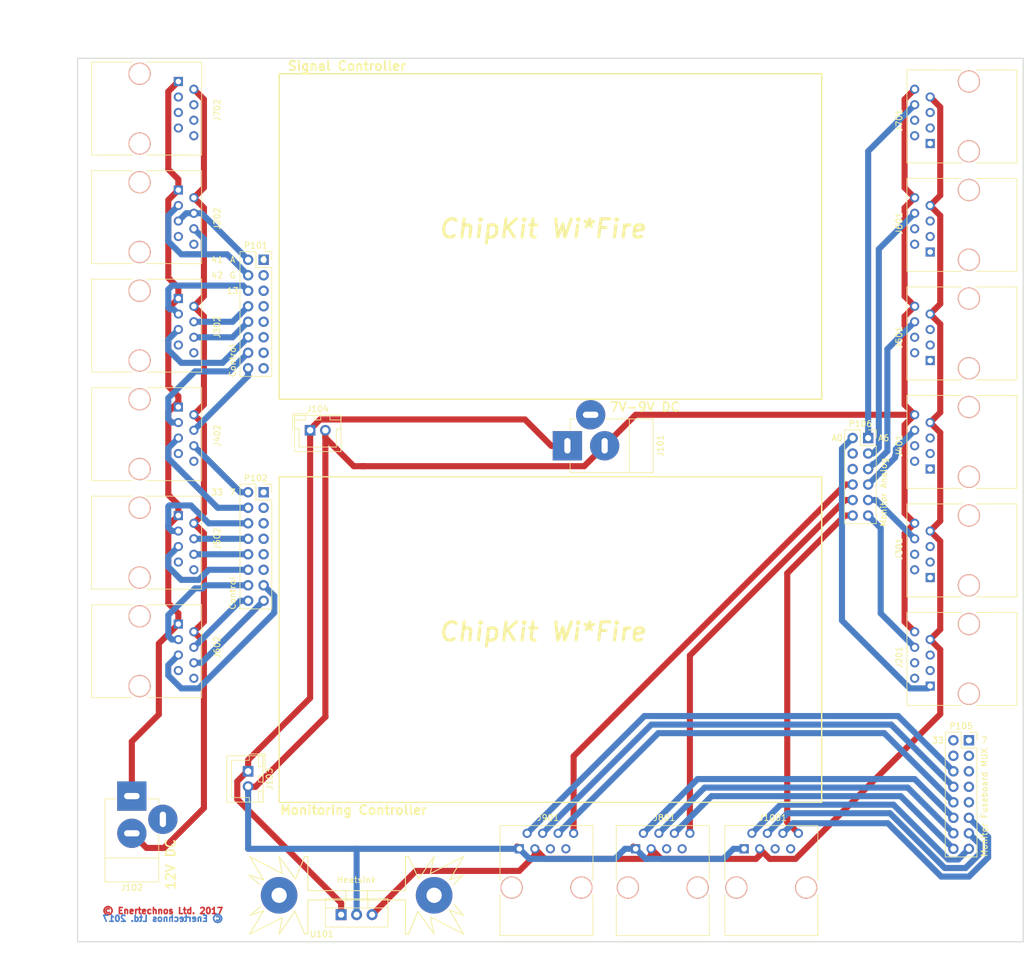
<source format=kicad_pcb>
(kicad_pcb (version 4) (host pcbnew 4.0.7)

  (general
    (links 75)
    (no_connects 0)
    (area 43.104999 20.244999 198.195001 165.175001)
    (thickness 1.6)
    (drawings 26)
    (tracks 322)
    (zones 0)
    (modules 25)
    (nets 43)
  )

  (page A4)
  (title_block
    (title "Breakout Board")
    (date 2017-12-14)
    (rev Rev3.3)
    (company "Enertechnos Ltd.")
    (comment 1 "FOR REVIEW")
  )

  (layers
    (0 F.Cu signal)
    (31 B.Cu signal)
    (32 B.Adhes user)
    (33 F.Adhes user)
    (34 B.Paste user)
    (35 F.Paste user)
    (36 B.SilkS user)
    (37 F.SilkS user)
    (38 B.Mask user)
    (39 F.Mask user)
    (40 Dwgs.User user)
    (41 Cmts.User user)
    (42 Eco1.User user)
    (43 Eco2.User user)
    (44 Edge.Cuts user)
    (45 Margin user)
    (46 B.CrtYd user)
    (47 F.CrtYd user)
    (48 B.Fab user)
    (49 F.Fab user)
  )

  (setup
    (last_trace_width 1)
    (trace_clearance 0.4)
    (zone_clearance 0.508)
    (zone_45_only no)
    (trace_min 0.2)
    (segment_width 0.2)
    (edge_width 0.15)
    (via_size 1.5)
    (via_drill 0.8)
    (via_min_size 0.4)
    (via_min_drill 0.3)
    (uvia_size 0.3)
    (uvia_drill 0.1)
    (uvias_allowed no)
    (uvia_min_size 0.2)
    (uvia_min_drill 0.1)
    (pcb_text_width 0.3)
    (pcb_text_size 1.5 1.5)
    (mod_edge_width 0.15)
    (mod_text_size 1 1)
    (mod_text_width 0.15)
    (pad_size 1.524 1.524)
    (pad_drill 0.762)
    (pad_to_mask_clearance 0.2)
    (aux_axis_origin 0 0)
    (visible_elements 7FFFEFFF)
    (pcbplotparams
      (layerselection 0x00030_80000001)
      (usegerberextensions false)
      (excludeedgelayer true)
      (linewidth 0.100000)
      (plotframeref false)
      (viasonmask false)
      (mode 1)
      (useauxorigin false)
      (hpglpennumber 1)
      (hpglpenspeed 20)
      (hpglpendiameter 15)
      (hpglpenoverlay 2)
      (psnegative false)
      (psa4output false)
      (plotreference true)
      (plotvalue true)
      (plotinvisibletext false)
      (padsonsilk false)
      (subtractmaskfromsilk false)
      (outputformat 1)
      (mirror false)
      (drillshape 1)
      (scaleselection 1)
      (outputdirectory ""))
  )

  (net 0 "")
  (net 1 ARD_TEMP_HB)
  (net 2 ARD_PWM_1)
  (net 3 ARD_PWM_3)
  (net 4 ARD_PWM_2)
  (net 5 ARD_PWM_4)
  (net 6 ARD_TEMP_A)
  (net 7 ARD_GND)
  (net 8 DC_IN)
  (net 9 DC_GND)
  (net 10 ARD_PWM_5)
  (net 11 ARD_PWM_6)
  (net 12 ARD_PWM_7)
  (net 13 ARD_PWM_8)
  (net 14 ARD_HBRIDGE_A)
  (net 15 ARD_HBRIDGE_B)
  (net 16 ARD_PWM_9)
  (net 17 ARD_PWM_10)
  (net 18 ARD_PWM_11)
  (net 19 ARD_PWM_12)
  (net 20 ARD_PWM_13)
  (net 21 ARD_PWM_14)
  (net 22 ARD_PWM_15)
  (net 23 ARD_PWM_16)
  (net 24 "Net-(J101-Pad1)")
  (net 25 ARD_TEMP_D)
  (net 26 ARD_TEMP_C)
  (net 27 ARD_TEMP_B)
  (net 28 FB1A)
  (net 29 FB1B)
  (net 30 FB1C)
  (net 31 ARD_VOLTS_1)
  (net 32 FB2A)
  (net 33 FB2B)
  (net 34 FB2C)
  (net 35 ARD_VOLTS_2)
  (net 36 FB3A)
  (net 37 FB3B)
  (net 38 FB3C)
  (net 39 ARD_VOLTS_3)
  (net 40 ARD_TEMP_E)
  (net 41 ARD_CUR_HB)
  (net 42 ARD_VCC)

  (net_class Default "This is the default net class."
    (clearance 0.4)
    (trace_width 1)
    (via_dia 1.5)
    (via_drill 0.8)
    (uvia_dia 0.3)
    (uvia_drill 0.1)
    (add_net ARD_CUR_HB)
    (add_net ARD_GND)
    (add_net ARD_HBRIDGE_A)
    (add_net ARD_HBRIDGE_B)
    (add_net ARD_PWM_1)
    (add_net ARD_PWM_10)
    (add_net ARD_PWM_11)
    (add_net ARD_PWM_12)
    (add_net ARD_PWM_13)
    (add_net ARD_PWM_14)
    (add_net ARD_PWM_15)
    (add_net ARD_PWM_16)
    (add_net ARD_PWM_2)
    (add_net ARD_PWM_3)
    (add_net ARD_PWM_4)
    (add_net ARD_PWM_5)
    (add_net ARD_PWM_6)
    (add_net ARD_PWM_7)
    (add_net ARD_PWM_8)
    (add_net ARD_PWM_9)
    (add_net ARD_TEMP_A)
    (add_net ARD_TEMP_B)
    (add_net ARD_TEMP_C)
    (add_net ARD_TEMP_D)
    (add_net ARD_TEMP_E)
    (add_net ARD_TEMP_HB)
    (add_net ARD_VCC)
    (add_net ARD_VOLTS_1)
    (add_net ARD_VOLTS_2)
    (add_net ARD_VOLTS_3)
    (add_net DC_GND)
    (add_net DC_IN)
    (add_net FB1A)
    (add_net FB1B)
    (add_net FB1C)
    (add_net FB2A)
    (add_net FB2B)
    (add_net FB2C)
    (add_net FB3A)
    (add_net FB3B)
    (add_net FB3C)
    (add_net "Net-(J101-Pad1)")
  )

  (module PartsLibraries:Heatsink_AAVID_ML73_25 (layer F.Cu) (tedit 5A3408D9) (tstamp 5A341969)
    (at 88.9 157.48)
    (descr "Heatsink, 35mm x 13mm, 2x Fixation 2,5mm Drill, Soldering, Fischer SK104-STC-STIC,")
    (tags "Heatsink, 35mm x 13mm, 2x Fixation 2,5mm Drill, Soldering, Fischer SK104-STC-STIC, Kuehlkoerper,  Strangkuehlkoerper, Loetbefestigung, for TO-220")
    (fp_text reference Heatsink (at -0.025 -2.54) (layer F.SilkS)
      (effects (font (size 1 1) (thickness 0.15)))
    )
    (fp_text value Heatsink_Heatsink_AAVID_ML73_25_2xDrill2.5mm (at 0.65 9.075) (layer F.Fab)
      (effects (font (size 1 1) (thickness 0.15)))
    )
    (fp_line (start -1.778 -0.762) (end -1.778 0.762) (layer F.SilkS) (width 0.15))
    (fp_line (start 1.778 -0.762) (end 1.778 0.762) (layer F.SilkS) (width 0.15))
    (fp_line (start -8.509 6.35) (end -8.001 6.35) (layer F.SilkS) (width 0.15))
    (fp_line (start 17.526 -6.35) (end 12.065 -3.556) (layer F.SilkS) (width 0.15))
    (fp_line (start 12.065 -3.556) (end 12.7 -6.35) (layer F.SilkS) (width 0.15))
    (fp_line (start -10.033 -2.667) (end -12.7 -6.35) (layer F.SilkS) (width 0.15))
    (fp_line (start -12.7 -6.35) (end -12.192 -3.556) (layer F.SilkS) (width 0.15))
    (fp_line (start -12.192 -3.556) (end -17.526 -6.35) (layer F.SilkS) (width 0.15))
    (fp_line (start -10.16 2.667) (end -12.7 6.35) (layer F.SilkS) (width 0.15))
    (fp_line (start -12.7 6.35) (end -12.192 3.683) (layer F.SilkS) (width 0.15))
    (fp_line (start -12.192 3.683) (end -17.526 6.35) (layer F.SilkS) (width 0.15))
    (fp_line (start -15.24 2.54) (end -17.526 6.35) (layer F.SilkS) (width 0.15))
    (fp_line (start -15.24 -2.54) (end -17.526 -6.35) (layer F.SilkS) (width 0.15))
    (fp_line (start 8.001 -6.35) (end 8.382 -6.35) (layer F.SilkS) (width 0.15))
    (fp_line (start 8.001 6.35) (end 8.509 6.35) (layer F.SilkS) (width 0.15))
    (fp_line (start 10.033 2.667) (end 12.7 6.35) (layer F.SilkS) (width 0.15))
    (fp_line (start 12.7 6.35) (end 12.065 3.556) (layer F.SilkS) (width 0.15))
    (fp_line (start 12.065 3.556) (end 17.526 6.35) (layer F.SilkS) (width 0.15))
    (fp_line (start 15.24 2.413) (end 17.526 3.302) (layer F.SilkS) (width 0.15))
    (fp_line (start 17.526 3.302) (end 16.002 1.524) (layer F.SilkS) (width 0.15))
    (fp_line (start 17.526 6.35) (end 15.24 2.413) (layer F.SilkS) (width 0.15))
    (fp_line (start 15.24 -2.54) (end 17.399 -3.302) (layer F.SilkS) (width 0.15))
    (fp_line (start 17.399 -3.302) (end 15.875 -1.778) (layer F.SilkS) (width 0.15))
    (fp_line (start 17.526 -6.35) (end 15.24 -2.54) (layer F.SilkS) (width 0.15))
    (fp_line (start 10.16 -2.667) (end 12.7 -6.35) (layer F.SilkS) (width 0.15))
    (fp_line (start 8.509 6.35) (end 10.033 2.667) (layer F.SilkS) (width 0.15))
    (fp_line (start 8.509 -6.35) (end 10.16 -2.667) (layer F.SilkS) (width 0.15))
    (fp_line (start -8.509 6.35) (end -10.16 2.54) (layer F.SilkS) (width 0.15))
    (fp_line (start -8.001 -6.35) (end -8.509 -6.35) (layer F.SilkS) (width 0.15))
    (fp_line (start -8.509 -6.35) (end -10.033 -2.667) (layer F.SilkS) (width 0.15))
    (fp_line (start -17.526 3.302) (end -15.748 1.905) (layer F.SilkS) (width 0.15))
    (fp_line (start -17.653 -3.302) (end -15.875 -1.778) (layer F.SilkS) (width 0.15))
    (fp_line (start -17.526 3.302) (end -15.24 2.54) (layer F.SilkS) (width 0.15))
    (fp_line (start -17.526 -3.302) (end -15.24 -2.54) (layer F.SilkS) (width 0.15))
    (fp_line (start 0 0.762) (end -8.001 0.762) (layer F.SilkS) (width 0.15))
    (fp_line (start -8.001 0.762) (end -8.001 6.35) (layer F.SilkS) (width 0.15))
    (fp_line (start 0 0.762) (end 8.001 0.762) (layer F.SilkS) (width 0.15))
    (fp_line (start 8.001 0.762) (end 8.001 6.35) (layer F.SilkS) (width 0.15))
    (fp_line (start 0 -0.762) (end -8.001 -0.762) (layer F.SilkS) (width 0.15))
    (fp_line (start -8.001 -0.762) (end -8.001 -6.35) (layer F.SilkS) (width 0.15))
    (fp_line (start 0 -0.762) (end 8.001 -0.762) (layer F.SilkS) (width 0.15))
    (fp_line (start 8.001 -0.762) (end 8.001 -6.35) (layer F.SilkS) (width 0.15))
    (pad 1 thru_hole circle (at 12.7 0) (size 5.99948 5.99948) (drill 2.49936) (layers *.Cu *.Mask))
    (pad 1 thru_hole circle (at -12.7 0) (size 5.99948 5.99948) (drill 2.49936) (layers *.Cu *.Mask))
    (model C:/Development/mlihardware/Heatsink_30mm.wrl
      (at (xyz 0 0 0))
      (scale (xyz 1 1 1))
      (rotate (xyz 270 0 0))
    )
  )

  (module TO_SOT_Packages_THT:TO-220-3_Vertical (layer F.Cu) (tedit 58CE52AD) (tstamp 5A33F908)
    (at 86.36 160.655)
    (descr "TO-220-3, Vertical, RM 2.54mm")
    (tags "TO-220-3 Vertical RM 2.54mm")
    (path /5A342FBC)
    (fp_text reference U101 (at -3.175 3.175) (layer F.SilkS)
      (effects (font (size 1 1) (thickness 0.15)))
    )
    (fp_text value UA78M33 (at 2.54 3.92) (layer F.Fab)
      (effects (font (size 1 1) (thickness 0.15)))
    )
    (fp_text user %R (at -3.175 3.175) (layer F.Fab)
      (effects (font (size 1 1) (thickness 0.15)))
    )
    (fp_line (start -2.46 -2.5) (end -2.46 1.9) (layer F.Fab) (width 0.1))
    (fp_line (start -2.46 1.9) (end 7.54 1.9) (layer F.Fab) (width 0.1))
    (fp_line (start 7.54 1.9) (end 7.54 -2.5) (layer F.Fab) (width 0.1))
    (fp_line (start 7.54 -2.5) (end -2.46 -2.5) (layer F.Fab) (width 0.1))
    (fp_line (start -2.46 -1.23) (end 7.54 -1.23) (layer F.Fab) (width 0.1))
    (fp_line (start 0.69 -2.5) (end 0.69 -1.23) (layer F.Fab) (width 0.1))
    (fp_line (start 4.39 -2.5) (end 4.39 -1.23) (layer F.Fab) (width 0.1))
    (fp_line (start -2.58 -2.62) (end 7.66 -2.62) (layer F.SilkS) (width 0.12))
    (fp_line (start -2.58 2.021) (end 7.66 2.021) (layer F.SilkS) (width 0.12))
    (fp_line (start -2.58 -2.62) (end -2.58 2.021) (layer F.SilkS) (width 0.12))
    (fp_line (start 7.66 -2.62) (end 7.66 2.021) (layer F.SilkS) (width 0.12))
    (fp_line (start -2.58 -1.11) (end 7.66 -1.11) (layer F.SilkS) (width 0.12))
    (fp_line (start 0.69 -2.62) (end 0.69 -1.11) (layer F.SilkS) (width 0.12))
    (fp_line (start 4.391 -2.62) (end 4.391 -1.11) (layer F.SilkS) (width 0.12))
    (fp_line (start -2.71 -2.75) (end -2.71 2.16) (layer F.CrtYd) (width 0.05))
    (fp_line (start -2.71 2.16) (end 7.79 2.16) (layer F.CrtYd) (width 0.05))
    (fp_line (start 7.79 2.16) (end 7.79 -2.75) (layer F.CrtYd) (width 0.05))
    (fp_line (start 7.79 -2.75) (end -2.71 -2.75) (layer F.CrtYd) (width 0.05))
    (pad 1 thru_hole rect (at 0 0) (size 1.8 1.8) (drill 1) (layers *.Cu *.Mask)
      (net 24 "Net-(J101-Pad1)"))
    (pad 2 thru_hole oval (at 2.54 0) (size 1.8 1.8) (drill 1) (layers *.Cu *.Mask)
      (net 7 ARD_GND))
    (pad 3 thru_hole oval (at 5.08 0) (size 1.8 1.8) (drill 1) (layers *.Cu *.Mask)
      (net 42 ARD_VCC))
    (model ${KISYS3DMOD}/TO_SOT_Packages_THT.3dshapes/TO-220_Vertical.wrl
      (at (xyz 0.1 0 0))
      (scale (xyz 0.393701 0.393701 0.393701))
      (rotate (xyz 0 0 0))
    )
  )

  (module Socket_Strips:Socket_Strip_Straight_2x08_Pitch2.54mm (layer F.Cu) (tedit 5A32ADF2) (tstamp 5A2EB8F3)
    (at 73.66 91.44)
    (descr "Through hole straight socket strip, 2x08, 2.54mm pitch, double rows")
    (tags "Through hole socket strip THT 2x08 2.54mm double row")
    (path /599EFF88)
    (fp_text reference P102 (at -1.27 -2.33) (layer F.SilkS)
      (effects (font (size 1 1) (thickness 0.15)))
    )
    (fp_text value Digital (at -1.27 20.11) (layer F.Fab)
      (effects (font (size 1 1) (thickness 0.15)))
    )
    (fp_text user 7 (at -5.08 0) (layer F.SilkS)
      (effects (font (size 1 1) (thickness 0.15)))
    )
    (fp_text user 33 (at -7.62 0) (layer F.SilkS)
      (effects (font (size 1 1) (thickness 0.15)))
    )
    (fp_text user Control (at -5.08 16.51 90) (layer F.SilkS)
      (effects (font (size 1 1) (thickness 0.15)))
    )
    (fp_line (start -3.81 -1.27) (end -3.81 19.05) (layer F.Fab) (width 0.1))
    (fp_line (start -3.81 19.05) (end 1.27 19.05) (layer F.Fab) (width 0.1))
    (fp_line (start 1.27 19.05) (end 1.27 -1.27) (layer F.Fab) (width 0.1))
    (fp_line (start 1.27 -1.27) (end -3.81 -1.27) (layer F.Fab) (width 0.1))
    (fp_line (start 1.33 1.27) (end 1.33 19.11) (layer F.SilkS) (width 0.12))
    (fp_line (start 1.33 19.11) (end -3.87 19.11) (layer F.SilkS) (width 0.12))
    (fp_line (start -3.87 19.11) (end -3.87 -1.33) (layer F.SilkS) (width 0.12))
    (fp_line (start -3.87 -1.33) (end -1.27 -1.33) (layer F.SilkS) (width 0.12))
    (fp_line (start -1.27 -1.33) (end -1.27 1.27) (layer F.SilkS) (width 0.12))
    (fp_line (start -1.27 1.27) (end 1.33 1.27) (layer F.SilkS) (width 0.12))
    (fp_line (start 1.33 0) (end 1.33 -1.33) (layer F.SilkS) (width 0.12))
    (fp_line (start 1.33 -1.33) (end 0.06 -1.33) (layer F.SilkS) (width 0.12))
    (fp_line (start -4.35 -1.8) (end -4.35 19.55) (layer F.CrtYd) (width 0.05))
    (fp_line (start -4.35 19.55) (end 1.8 19.55) (layer F.CrtYd) (width 0.05))
    (fp_line (start 1.8 19.55) (end 1.8 -1.8) (layer F.CrtYd) (width 0.05))
    (fp_line (start 1.8 -1.8) (end -4.35 -1.8) (layer F.CrtYd) (width 0.05))
    (fp_text user %R (at -1.27 -2.33) (layer F.Fab)
      (effects (font (size 1 1) (thickness 0.15)))
    )
    (pad 1 thru_hole rect (at 0 0) (size 1.7 1.7) (drill 1) (layers *.Cu *.Mask))
    (pad 2 thru_hole oval (at -2.54 0) (size 1.7 1.7) (drill 1) (layers *.Cu *.Mask)
      (net 13 ARD_PWM_8))
    (pad 3 thru_hole oval (at 0 2.54) (size 1.7 1.7) (drill 1) (layers *.Cu *.Mask))
    (pad 4 thru_hole oval (at -2.54 2.54) (size 1.7 1.7) (drill 1) (layers *.Cu *.Mask)
      (net 12 ARD_PWM_7))
    (pad 5 thru_hole oval (at 0 5.08) (size 1.7 1.7) (drill 1) (layers *.Cu *.Mask))
    (pad 6 thru_hole oval (at -2.54 5.08) (size 1.7 1.7) (drill 1) (layers *.Cu *.Mask)
      (net 16 ARD_PWM_9))
    (pad 7 thru_hole oval (at 0 7.62) (size 1.7 1.7) (drill 1) (layers *.Cu *.Mask))
    (pad 8 thru_hole oval (at -2.54 7.62) (size 1.7 1.7) (drill 1) (layers *.Cu *.Mask)
      (net 17 ARD_PWM_10))
    (pad 9 thru_hole oval (at 0 10.16) (size 1.7 1.7) (drill 1) (layers *.Cu *.Mask))
    (pad 10 thru_hole oval (at -2.54 10.16) (size 1.7 1.7) (drill 1) (layers *.Cu *.Mask)
      (net 19 ARD_PWM_12))
    (pad 11 thru_hole oval (at 0 12.7) (size 1.7 1.7) (drill 1) (layers *.Cu *.Mask))
    (pad 12 thru_hole oval (at -2.54 12.7) (size 1.7 1.7) (drill 1) (layers *.Cu *.Mask)
      (net 18 ARD_PWM_11))
    (pad 13 thru_hole oval (at 0 15.24) (size 1.7 1.7) (drill 1) (layers *.Cu *.Mask)
      (net 22 ARD_PWM_15))
    (pad 14 thru_hole oval (at -2.54 15.24) (size 1.7 1.7) (drill 1) (layers *.Cu *.Mask)
      (net 20 ARD_PWM_13))
    (pad 15 thru_hole oval (at 0 17.78) (size 1.7 1.7) (drill 1) (layers *.Cu *.Mask)
      (net 23 ARD_PWM_16))
    (pad 16 thru_hole oval (at -2.54 17.78) (size 1.7 1.7) (drill 1) (layers *.Cu *.Mask)
      (net 21 ARD_PWM_14))
    (model ${KISYS3DMOD}/Socket_Strips.3dshapes/Socket_Strip_Straight_2x08_Pitch2.54mm.wrl
      (at (xyz -0.05 -0.35 0))
      (scale (xyz 1 1 1))
      (rotate (xyz 0 0 270))
    )
  )

  (module Socket_Strips:Socket_Strip_Straight_2x08_Pitch2.54mm (layer F.Cu) (tedit 5A32AD16) (tstamp 5A2EB8CE)
    (at 73.66 53.34)
    (descr "Through hole straight socket strip, 2x08, 2.54mm pitch, double rows")
    (tags "Through hole socket strip THT 2x08 2.54mm double row")
    (path /599F28C2)
    (fp_text reference P101 (at -1.27 -2.33) (layer F.SilkS)
      (effects (font (size 1 1) (thickness 0.15)))
    )
    (fp_text value Digital (at -1.27 20.11) (layer F.Fab)
      (effects (font (size 1 1) (thickness 0.15)))
    )
    (fp_text user Control (at -5.08 16.51 90) (layer F.SilkS)
      (effects (font (size 1 1) (thickness 0.15)))
    )
    (fp_text user 42 (at -7.62 2.54) (layer F.SilkS)
      (effects (font (size 1 1) (thickness 0.15)))
    )
    (fp_text user 41 (at -7.62 0) (layer F.SilkS)
      (effects (font (size 1 1) (thickness 0.15)))
    )
    (fp_text user 13 (at -5.08 5.08) (layer F.SilkS)
      (effects (font (size 1 1) (thickness 0.15)))
    )
    (fp_text user G (at -5.08 2.54) (layer F.SilkS)
      (effects (font (size 1 1) (thickness 0.15)))
    )
    (fp_text user G (at 0 0) (layer F.SilkS)
      (effects (font (size 1 1) (thickness 0.15)))
    )
    (fp_text user A (at -5.08 0) (layer F.SilkS)
      (effects (font (size 1 1) (thickness 0.15)))
    )
    (fp_line (start -3.81 -1.27) (end -3.81 19.05) (layer F.Fab) (width 0.1))
    (fp_line (start -3.81 19.05) (end 1.27 19.05) (layer F.Fab) (width 0.1))
    (fp_line (start 1.27 19.05) (end 1.27 -1.27) (layer F.Fab) (width 0.1))
    (fp_line (start 1.27 -1.27) (end -3.81 -1.27) (layer F.Fab) (width 0.1))
    (fp_line (start 1.33 1.27) (end 1.33 19.11) (layer F.SilkS) (width 0.12))
    (fp_line (start 1.33 19.11) (end -3.87 19.11) (layer F.SilkS) (width 0.12))
    (fp_line (start -3.87 19.11) (end -3.87 -1.33) (layer F.SilkS) (width 0.12))
    (fp_line (start -3.87 -1.33) (end -1.27 -1.33) (layer F.SilkS) (width 0.12))
    (fp_line (start -1.27 -1.33) (end -1.27 1.27) (layer F.SilkS) (width 0.12))
    (fp_line (start -1.27 1.27) (end 1.33 1.27) (layer F.SilkS) (width 0.12))
    (fp_line (start 1.33 0) (end 1.33 -1.33) (layer F.SilkS) (width 0.12))
    (fp_line (start 1.33 -1.33) (end 0.06 -1.33) (layer F.SilkS) (width 0.12))
    (fp_line (start -4.35 -1.8) (end -4.35 19.55) (layer F.CrtYd) (width 0.05))
    (fp_line (start -4.35 19.55) (end 1.8 19.55) (layer F.CrtYd) (width 0.05))
    (fp_line (start 1.8 19.55) (end 1.8 -1.8) (layer F.CrtYd) (width 0.05))
    (fp_line (start 1.8 -1.8) (end -4.35 -1.8) (layer F.CrtYd) (width 0.05))
    (fp_text user %R (at -1.27 -2.33) (layer F.Fab)
      (effects (font (size 1 1) (thickness 0.15)))
    )
    (pad 1 thru_hole rect (at 0 0) (size 1.7 1.7) (drill 1) (layers *.Cu *.Mask))
    (pad 2 thru_hole oval (at -2.54 0) (size 1.7 1.7) (drill 1) (layers *.Cu *.Mask)
      (net 15 ARD_HBRIDGE_B))
    (pad 3 thru_hole oval (at 0 2.54) (size 1.7 1.7) (drill 1) (layers *.Cu *.Mask))
    (pad 4 thru_hole oval (at -2.54 2.54) (size 1.7 1.7) (drill 1) (layers *.Cu *.Mask)
      (net 14 ARD_HBRIDGE_A))
    (pad 5 thru_hole oval (at 0 5.08) (size 1.7 1.7) (drill 1) (layers *.Cu *.Mask))
    (pad 6 thru_hole oval (at -2.54 5.08) (size 1.7 1.7) (drill 1) (layers *.Cu *.Mask)
      (net 2 ARD_PWM_1))
    (pad 7 thru_hole oval (at 0 7.62) (size 1.7 1.7) (drill 1) (layers *.Cu *.Mask))
    (pad 8 thru_hole oval (at -2.54 7.62) (size 1.7 1.7) (drill 1) (layers *.Cu *.Mask)
      (net 4 ARD_PWM_2))
    (pad 9 thru_hole oval (at 0 10.16) (size 1.7 1.7) (drill 1) (layers *.Cu *.Mask))
    (pad 10 thru_hole oval (at -2.54 10.16) (size 1.7 1.7) (drill 1) (layers *.Cu *.Mask)
      (net 5 ARD_PWM_4))
    (pad 11 thru_hole oval (at 0 12.7) (size 1.7 1.7) (drill 1) (layers *.Cu *.Mask))
    (pad 12 thru_hole oval (at -2.54 12.7) (size 1.7 1.7) (drill 1) (layers *.Cu *.Mask)
      (net 3 ARD_PWM_3))
    (pad 13 thru_hole oval (at 0 15.24) (size 1.7 1.7) (drill 1) (layers *.Cu *.Mask))
    (pad 14 thru_hole oval (at -2.54 15.24) (size 1.7 1.7) (drill 1) (layers *.Cu *.Mask)
      (net 10 ARD_PWM_5))
    (pad 15 thru_hole oval (at 0 17.78) (size 1.7 1.7) (drill 1) (layers *.Cu *.Mask))
    (pad 16 thru_hole oval (at -2.54 17.78) (size 1.7 1.7) (drill 1) (layers *.Cu *.Mask)
      (net 11 ARD_PWM_6))
    (model ${KISYS3DMOD}/Socket_Strips.3dshapes/Socket_Strip_Straight_2x08_Pitch2.54mm.wrl
      (at (xyz -0.05 -0.35 0))
      (scale (xyz 1 1 1))
      (rotate (xyz 0 0 270))
    )
  )

  (module Socket_Strips:Socket_Strip_Straight_2x08_Pitch2.54mm (layer F.Cu) (tedit 5A32AD7D) (tstamp 5A317B9B)
    (at 189.23 132.08)
    (descr "Through hole straight socket strip, 2x08, 2.54mm pitch, double rows")
    (tags "Through hole socket strip THT 2x08 2.54mm double row")
    (path /599F76EC)
    (fp_text reference P105 (at -1.27 -2.33) (layer F.SilkS)
      (effects (font (size 1 1) (thickness 0.15)))
    )
    (fp_text value Digital (at -1.27 20.11) (layer F.Fab)
      (effects (font (size 1 1) (thickness 0.15)))
    )
    (fp_text user 7 (at 2.54 0) (layer F.SilkS)
      (effects (font (size 1 1) (thickness 0.15)))
    )
    (fp_text user 33 (at -5.08 0) (layer F.SilkS)
      (effects (font (size 1 1) (thickness 0.15)))
    )
    (fp_text user "Monitor Fuseboard MUX" (at 2.54 10.16 90) (layer F.SilkS)
      (effects (font (size 1 1) (thickness 0.15)))
    )
    (fp_line (start -3.81 -1.27) (end -3.81 19.05) (layer F.Fab) (width 0.1))
    (fp_line (start -3.81 19.05) (end 1.27 19.05) (layer F.Fab) (width 0.1))
    (fp_line (start 1.27 19.05) (end 1.27 -1.27) (layer F.Fab) (width 0.1))
    (fp_line (start 1.27 -1.27) (end -3.81 -1.27) (layer F.Fab) (width 0.1))
    (fp_line (start 1.33 1.27) (end 1.33 19.11) (layer F.SilkS) (width 0.12))
    (fp_line (start 1.33 19.11) (end -3.87 19.11) (layer F.SilkS) (width 0.12))
    (fp_line (start -3.87 19.11) (end -3.87 -1.33) (layer F.SilkS) (width 0.12))
    (fp_line (start -3.87 -1.33) (end -1.27 -1.33) (layer F.SilkS) (width 0.12))
    (fp_line (start -1.27 -1.33) (end -1.27 1.27) (layer F.SilkS) (width 0.12))
    (fp_line (start -1.27 1.27) (end 1.33 1.27) (layer F.SilkS) (width 0.12))
    (fp_line (start 1.33 0) (end 1.33 -1.33) (layer F.SilkS) (width 0.12))
    (fp_line (start 1.33 -1.33) (end 0.06 -1.33) (layer F.SilkS) (width 0.12))
    (fp_line (start -4.35 -1.8) (end -4.35 19.55) (layer F.CrtYd) (width 0.05))
    (fp_line (start -4.35 19.55) (end 1.8 19.55) (layer F.CrtYd) (width 0.05))
    (fp_line (start 1.8 19.55) (end 1.8 -1.8) (layer F.CrtYd) (width 0.05))
    (fp_line (start 1.8 -1.8) (end -4.35 -1.8) (layer F.CrtYd) (width 0.05))
    (fp_text user %R (at -1.27 -2.33) (layer F.Fab)
      (effects (font (size 1 1) (thickness 0.15)))
    )
    (pad 1 thru_hole rect (at 0 0) (size 1.7 1.7) (drill 1) (layers *.Cu *.Mask))
    (pad 2 thru_hole oval (at -2.54 0) (size 1.7 1.7) (drill 1) (layers *.Cu *.Mask))
    (pad 3 thru_hole oval (at 0 2.54) (size 1.7 1.7) (drill 1) (layers *.Cu *.Mask))
    (pad 4 thru_hole oval (at -2.54 2.54) (size 1.7 1.7) (drill 1) (layers *.Cu *.Mask))
    (pad 5 thru_hole oval (at 0 5.08) (size 1.7 1.7) (drill 1) (layers *.Cu *.Mask))
    (pad 6 thru_hole oval (at -2.54 5.08) (size 1.7 1.7) (drill 1) (layers *.Cu *.Mask)
      (net 32 FB2A))
    (pad 7 thru_hole oval (at 0 7.62) (size 1.7 1.7) (drill 1) (layers *.Cu *.Mask))
    (pad 8 thru_hole oval (at -2.54 7.62) (size 1.7 1.7) (drill 1) (layers *.Cu *.Mask)
      (net 33 FB2B))
    (pad 9 thru_hole oval (at 0 10.16) (size 1.7 1.7) (drill 1) (layers *.Cu *.Mask))
    (pad 10 thru_hole oval (at -2.54 10.16) (size 1.7 1.7) (drill 1) (layers *.Cu *.Mask)
      (net 34 FB2C))
    (pad 11 thru_hole oval (at 0 12.7) (size 1.7 1.7) (drill 1) (layers *.Cu *.Mask)
      (net 38 FB3C))
    (pad 12 thru_hole oval (at -2.54 12.7) (size 1.7 1.7) (drill 1) (layers *.Cu *.Mask)
      (net 28 FB1A))
    (pad 13 thru_hole oval (at 0 15.24) (size 1.7 1.7) (drill 1) (layers *.Cu *.Mask)
      (net 37 FB3B))
    (pad 14 thru_hole oval (at -2.54 15.24) (size 1.7 1.7) (drill 1) (layers *.Cu *.Mask)
      (net 29 FB1B))
    (pad 15 thru_hole oval (at 0 17.78) (size 1.7 1.7) (drill 1) (layers *.Cu *.Mask)
      (net 36 FB3A))
    (pad 16 thru_hole oval (at -2.54 17.78) (size 1.7 1.7) (drill 1) (layers *.Cu *.Mask)
      (net 30 FB1C))
    (model ${KISYS3DMOD}/Socket_Strips.3dshapes/Socket_Strip_Straight_2x08_Pitch2.54mm.wrl
      (at (xyz -0.05 -0.35 0))
      (scale (xyz 1 1 1))
      (rotate (xyz 0 0 270))
    )
  )

  (module Socket_Strips:Socket_Strip_Straight_2x06_Pitch2.54mm (layer F.Cu) (tedit 5A32ACE3) (tstamp 5A2EB97F)
    (at 172.72 82.55)
    (descr "Through hole straight socket strip, 2x06, 2.54mm pitch, double rows")
    (tags "Through hole socket strip THT 2x06 2.54mm double row")
    (path /599F771D)
    (fp_text reference P106 (at -1.27 -2.33) (layer F.SilkS)
      (effects (font (size 1 1) (thickness 0.15)))
    )
    (fp_text value Analog (at -1.27 15.03) (layer F.Fab)
      (effects (font (size 1 1) (thickness 0.15)))
    )
    (fp_text user "Monitor Analog" (at 2.54 8.89 90) (layer F.SilkS)
      (effects (font (size 1 1) (thickness 0.15)))
    )
    (fp_text user A0 (at -5.08 0) (layer F.SilkS)
      (effects (font (size 1 1) (thickness 0.15)))
    )
    (fp_text user A6 (at 2.54 0) (layer F.SilkS)
      (effects (font (size 1 1) (thickness 0.15)))
    )
    (fp_line (start -3.81 -1.27) (end -3.81 13.97) (layer F.Fab) (width 0.1))
    (fp_line (start -3.81 13.97) (end 1.27 13.97) (layer F.Fab) (width 0.1))
    (fp_line (start 1.27 13.97) (end 1.27 -1.27) (layer F.Fab) (width 0.1))
    (fp_line (start 1.27 -1.27) (end -3.81 -1.27) (layer F.Fab) (width 0.1))
    (fp_line (start 1.33 1.27) (end 1.33 14.03) (layer F.SilkS) (width 0.12))
    (fp_line (start 1.33 14.03) (end -3.87 14.03) (layer F.SilkS) (width 0.12))
    (fp_line (start -3.87 14.03) (end -3.87 -1.33) (layer F.SilkS) (width 0.12))
    (fp_line (start -3.87 -1.33) (end -1.27 -1.33) (layer F.SilkS) (width 0.12))
    (fp_line (start -1.27 -1.33) (end -1.27 1.27) (layer F.SilkS) (width 0.12))
    (fp_line (start -1.27 1.27) (end 1.33 1.27) (layer F.SilkS) (width 0.12))
    (fp_line (start 1.33 0) (end 1.33 -1.33) (layer F.SilkS) (width 0.12))
    (fp_line (start 1.33 -1.33) (end 0.06 -1.33) (layer F.SilkS) (width 0.12))
    (fp_line (start -4.35 -1.8) (end -4.35 14.5) (layer F.CrtYd) (width 0.05))
    (fp_line (start -4.35 14.5) (end 1.8 14.5) (layer F.CrtYd) (width 0.05))
    (fp_line (start 1.8 14.5) (end 1.8 -1.8) (layer F.CrtYd) (width 0.05))
    (fp_line (start 1.8 -1.8) (end -4.35 -1.8) (layer F.CrtYd) (width 0.05))
    (fp_text user %R (at -1.27 -2.33) (layer F.Fab)
      (effects (font (size 1 1) (thickness 0.15)))
    )
    (pad 1 thru_hole rect (at 0 0) (size 1.7 1.7) (drill 1) (layers *.Cu *.Mask)
      (net 40 ARD_TEMP_E))
    (pad 2 thru_hole oval (at -2.54 0) (size 1.7 1.7) (drill 1) (layers *.Cu *.Mask)
      (net 41 ARD_CUR_HB))
    (pad 3 thru_hole oval (at 0 2.54) (size 1.7 1.7) (drill 1) (layers *.Cu *.Mask)
      (net 25 ARD_TEMP_D))
    (pad 4 thru_hole oval (at -2.54 2.54) (size 1.7 1.7) (drill 1) (layers *.Cu *.Mask))
    (pad 5 thru_hole oval (at 0 5.08) (size 1.7 1.7) (drill 1) (layers *.Cu *.Mask)
      (net 26 ARD_TEMP_C))
    (pad 6 thru_hole oval (at -2.54 5.08) (size 1.7 1.7) (drill 1) (layers *.Cu *.Mask))
    (pad 7 thru_hole oval (at 0 7.62) (size 1.7 1.7) (drill 1) (layers *.Cu *.Mask)
      (net 27 ARD_TEMP_B))
    (pad 8 thru_hole oval (at -2.54 7.62) (size 1.7 1.7) (drill 1) (layers *.Cu *.Mask)
      (net 35 ARD_VOLTS_2))
    (pad 9 thru_hole oval (at 0 10.16) (size 1.7 1.7) (drill 1) (layers *.Cu *.Mask)
      (net 6 ARD_TEMP_A))
    (pad 10 thru_hole oval (at -2.54 10.16) (size 1.7 1.7) (drill 1) (layers *.Cu *.Mask)
      (net 31 ARD_VOLTS_1))
    (pad 11 thru_hole oval (at 0 12.7) (size 1.7 1.7) (drill 1) (layers *.Cu *.Mask)
      (net 1 ARD_TEMP_HB))
    (pad 12 thru_hole oval (at -2.54 12.7) (size 1.7 1.7) (drill 1) (layers *.Cu *.Mask)
      (net 39 ARD_VOLTS_3))
    (model ${KISYS3DMOD}/Socket_Strips.3dshapes/Socket_Strip_Straight_2x06_Pitch2.54mm.wrl
      (at (xyz -0.05 -0.25 0))
      (scale (xyz 1 1 1))
      (rotate (xyz 0 0 270))
    )
  )

  (module Connectors:JACK_ALIM (layer F.Cu) (tedit 5A2FD67E) (tstamp 5A300BFA)
    (at 123.44 83.82 180)
    (descr "module 1 pin (ou trou mecanique de percage)")
    (tags "CONN JACK")
    (path /5A3106C2)
    (fp_text reference J101 (at -15.24 0 270) (layer F.SilkS)
      (effects (font (size 1 1) (thickness 0.15)))
    )
    (fp_text value "7V-9V DC" (at -12.7 6.35 180) (layer F.SilkS)
      (effects (font (size 1.5 1.5) (thickness 0.25)))
    )
    (fp_line (start -10.15 -4.4) (end -10.15 4.4) (layer F.SilkS) (width 0.12))
    (fp_line (start -6.35 4.4) (end -14.05 4.4) (layer F.SilkS) (width 0.12))
    (fp_line (start -14.05 4.4) (end -14.05 -4.4) (layer F.SilkS) (width 0.12))
    (fp_line (start -14.05 -4.4) (end -13.85 -4.4) (layer F.SilkS) (width 0.12))
    (fp_line (start -0.45 2.55) (end -0.45 4.4) (layer F.SilkS) (width 0.12))
    (fp_line (start -0.45 4.4) (end -1.3 4.4) (layer F.SilkS) (width 0.12))
    (fp_line (start -13.95 -4.4) (end -0.45 -4.4) (layer F.SilkS) (width 0.12))
    (fp_line (start -0.45 -4.4) (end -0.45 -2.55) (layer F.SilkS) (width 0.12))
    (fp_line (start -13.21 -4.32) (end -13.97 -4.32) (layer F.Fab) (width 0.1))
    (fp_line (start -13.97 -4.32) (end -13.97 4.32) (layer F.Fab) (width 0.1))
    (fp_line (start -13.97 4.32) (end -13.21 4.32) (layer F.Fab) (width 0.1))
    (fp_line (start -10.16 -4.32) (end -10.16 4.32) (layer F.Fab) (width 0.1))
    (fp_line (start -0.51 -4.32) (end -0.51 4.32) (layer F.Fab) (width 0.1))
    (fp_line (start -13.21 4.32) (end -0.51 4.32) (layer F.Fab) (width 0.1))
    (fp_line (start -13.21 -4.32) (end -0.51 -4.32) (layer F.Fab) (width 0.1))
    (fp_line (start -14.22 -4.57) (end 2.65 -4.57) (layer F.CrtYd) (width 0.05))
    (fp_line (start -14.22 -4.57) (end -14.22 7.73) (layer F.CrtYd) (width 0.05))
    (fp_line (start 2.65 7.73) (end 2.65 -4.57) (layer F.CrtYd) (width 0.05))
    (fp_line (start 2.65 7.73) (end -14.22 7.73) (layer F.CrtYd) (width 0.05))
    (pad 2 thru_hole circle (at -6.1 0 180) (size 4.8 4.8) (drill oval 1.02 2.54) (layers *.Cu *.Mask)
      (net 7 ARD_GND))
    (pad 1 thru_hole rect (at 0 0 180) (size 4.8 4.8) (drill oval 1.02 2.54) (layers *.Cu *.Mask)
      (net 24 "Net-(J101-Pad1)"))
    (pad 3 thru_hole circle (at -3.81 5.08 180) (size 4.8 4.8) (drill oval 2.54 1.02) (layers *.Cu *.Mask))
    (model ${KISYS3DMOD}/Connectors.3dshapes/JACK_ALIM.wrl
      (at (xyz -0.24 0 0))
      (scale (xyz 0.8 0.8 0.8))
      (rotate (xyz 0 0 0))
    )
  )

  (module Connectors:JACK_ALIM (layer F.Cu) (tedit 5A2FD66C) (tstamp 5A300C2C)
    (at 52.07 141.22 90)
    (descr "module 1 pin (ou trou mecanique de percage)")
    (tags "CONN JACK")
    (path /5A3109C7)
    (fp_text reference J102 (at -14.99 0 180) (layer F.SilkS)
      (effects (font (size 1 1) (thickness 0.15)))
    )
    (fp_text value "12V DC" (at -11.18 6.35 90) (layer F.SilkS)
      (effects (font (size 1.5 1.5) (thickness 0.25)))
    )
    (fp_line (start -10.15 -4.4) (end -10.15 4.4) (layer F.SilkS) (width 0.12))
    (fp_line (start -6.35 4.4) (end -14.05 4.4) (layer F.SilkS) (width 0.12))
    (fp_line (start -14.05 4.4) (end -14.05 -4.4) (layer F.SilkS) (width 0.12))
    (fp_line (start -14.05 -4.4) (end -13.85 -4.4) (layer F.SilkS) (width 0.12))
    (fp_line (start -0.45 2.55) (end -0.45 4.4) (layer F.SilkS) (width 0.12))
    (fp_line (start -0.45 4.4) (end -1.3 4.4) (layer F.SilkS) (width 0.12))
    (fp_line (start -13.95 -4.4) (end -0.45 -4.4) (layer F.SilkS) (width 0.12))
    (fp_line (start -0.45 -4.4) (end -0.45 -2.55) (layer F.SilkS) (width 0.12))
    (fp_line (start -13.21 -4.32) (end -13.97 -4.32) (layer F.Fab) (width 0.1))
    (fp_line (start -13.97 -4.32) (end -13.97 4.32) (layer F.Fab) (width 0.1))
    (fp_line (start -13.97 4.32) (end -13.21 4.32) (layer F.Fab) (width 0.1))
    (fp_line (start -10.16 -4.32) (end -10.16 4.32) (layer F.Fab) (width 0.1))
    (fp_line (start -0.51 -4.32) (end -0.51 4.32) (layer F.Fab) (width 0.1))
    (fp_line (start -13.21 4.32) (end -0.51 4.32) (layer F.Fab) (width 0.1))
    (fp_line (start -13.21 -4.32) (end -0.51 -4.32) (layer F.Fab) (width 0.1))
    (fp_line (start -14.22 -4.57) (end 2.65 -4.57) (layer F.CrtYd) (width 0.05))
    (fp_line (start -14.22 -4.57) (end -14.22 7.73) (layer F.CrtYd) (width 0.05))
    (fp_line (start 2.65 7.73) (end 2.65 -4.57) (layer F.CrtYd) (width 0.05))
    (fp_line (start 2.65 7.73) (end -14.22 7.73) (layer F.CrtYd) (width 0.05))
    (pad 2 thru_hole circle (at -6.1 0 90) (size 4.8 4.8) (drill oval 1.02 2.54) (layers *.Cu *.Mask)
      (net 9 DC_GND))
    (pad 1 thru_hole rect (at 0 0 90) (size 4.8 4.8) (drill oval 1.02 2.54) (layers *.Cu *.Mask)
      (net 8 DC_IN))
    (pad 3 thru_hole circle (at -3.81 5.08 90) (size 4.8 4.8) (drill oval 2.54 1.02) (layers *.Cu *.Mask))
    (model ${KISYS3DMOD}/Connectors.3dshapes/JACK_ALIM.wrl
      (at (xyz -0.24 0 0))
      (scale (xyz 0.8 0.8 0.8))
      (rotate (xyz 0 0 0))
    )
  )

  (module PartsLibraries:RJ45 (layer F.Cu) (tedit 59511D7C) (tstamp 5A2EB831)
    (at 182.88 87.63 90)
    (tags RJ45)
    (path /5A2F40AA/5A2E9F01)
    (fp_text reference J401 (at 3.81 -5.08 90) (layer F.SilkS)
      (effects (font (size 1 1) (thickness 0.15)))
    )
    (fp_text value RJ45 (at 4.59 6.25 90) (layer F.Fab)
      (effects (font (size 1 1) (thickness 0.15)))
    )
    (fp_line (start -3.17 14.22) (end 12.07 14.22) (layer F.SilkS) (width 0.12))
    (fp_line (start 12.07 -3.81) (end 12.06 5.18) (layer F.SilkS) (width 0.12))
    (fp_line (start 12.07 -3.81) (end -3.17 -3.81) (layer F.SilkS) (width 0.12))
    (fp_line (start -3.17 -3.81) (end -3.17 5.19) (layer F.SilkS) (width 0.12))
    (fp_line (start 12.06 7.52) (end 12.07 14.22) (layer F.SilkS) (width 0.12))
    (fp_line (start -3.17 7.51) (end -3.17 14.22) (layer F.SilkS) (width 0.12))
    (fp_line (start -3.56 -4.06) (end 12.46 -4.06) (layer F.CrtYd) (width 0.05))
    (fp_line (start -3.56 -4.06) (end -3.56 14.47) (layer F.CrtYd) (width 0.05))
    (fp_line (start 12.46 14.47) (end 12.46 -4.06) (layer F.CrtYd) (width 0.05))
    (fp_line (start 12.46 14.47) (end -3.56 14.47) (layer F.CrtYd) (width 0.05))
    (pad "" np_thru_hole circle (at 10.16 6.35 90) (size 3.65 3.65) (drill 3.25) (layers *.Cu *.SilkS *.Mask))
    (pad "" np_thru_hole circle (at -1.27 6.35 90) (size 3.65 3.65) (drill 3.25) (layers *.Cu *.SilkS *.Mask))
    (pad 1 thru_hole rect (at 0 0 90) (size 1.5 1.5) (drill 0.9) (layers *.Cu *.Mask))
    (pad 2 thru_hole circle (at 1.27 -2.54 90) (size 1.5 1.5) (drill 0.9) (layers *.Cu *.Mask))
    (pad 3 thru_hole circle (at 2.54 0 90) (size 1.5 1.5) (drill 0.9) (layers *.Cu *.Mask))
    (pad 4 thru_hole circle (at 3.81 -2.54 90) (size 1.5 1.5) (drill 0.9) (layers *.Cu *.Mask))
    (pad 5 thru_hole circle (at 5.08 0 90) (size 1.5 1.5) (drill 0.9) (layers *.Cu *.Mask))
    (pad 6 thru_hole circle (at 6.35 -2.54 90) (size 1.5 1.5) (drill 0.9) (layers *.Cu *.Mask)
      (net 27 ARD_TEMP_B))
    (pad 7 thru_hole circle (at 7.62 0 90) (size 1.5 1.5) (drill 0.9) (layers *.Cu *.Mask)
      (net 42 ARD_VCC))
    (pad 8 thru_hole circle (at 8.89 -2.54 90) (size 1.5 1.5) (drill 0.9) (layers *.Cu *.Mask)
      (net 7 ARD_GND))
    (model ../../../../../../Development/multilevelinverter/Hardware/3D/RJ45.wrl
      (at (xyz 0.175 -0.667 0.3))
      (scale (xyz 10 10 10))
      (rotate (xyz 270 0 0))
    )
  )

  (module PartsLibraries:RJ45 (layer F.Cu) (tedit 59511D7C) (tstamp 5A2EB7D1)
    (at 182.88 123.19 90)
    (tags RJ45)
    (path /5A2F1991/5A2E9F01)
    (fp_text reference J201 (at 4.7 -5.08 90) (layer F.SilkS)
      (effects (font (size 1 1) (thickness 0.15)))
    )
    (fp_text value RJ45 (at 4.59 6.25 90) (layer F.Fab)
      (effects (font (size 1 1) (thickness 0.15)))
    )
    (fp_line (start -3.17 14.22) (end 12.07 14.22) (layer F.SilkS) (width 0.12))
    (fp_line (start 12.07 -3.81) (end 12.06 5.18) (layer F.SilkS) (width 0.12))
    (fp_line (start 12.07 -3.81) (end -3.17 -3.81) (layer F.SilkS) (width 0.12))
    (fp_line (start -3.17 -3.81) (end -3.17 5.19) (layer F.SilkS) (width 0.12))
    (fp_line (start 12.06 7.52) (end 12.07 14.22) (layer F.SilkS) (width 0.12))
    (fp_line (start -3.17 7.51) (end -3.17 14.22) (layer F.SilkS) (width 0.12))
    (fp_line (start -3.56 -4.06) (end 12.46 -4.06) (layer F.CrtYd) (width 0.05))
    (fp_line (start -3.56 -4.06) (end -3.56 14.47) (layer F.CrtYd) (width 0.05))
    (fp_line (start 12.46 14.47) (end 12.46 -4.06) (layer F.CrtYd) (width 0.05))
    (fp_line (start 12.46 14.47) (end -3.56 14.47) (layer F.CrtYd) (width 0.05))
    (pad "" np_thru_hole circle (at 10.16 6.35 90) (size 3.65 3.65) (drill 3.25) (layers *.Cu *.SilkS *.Mask))
    (pad "" np_thru_hole circle (at -1.27 6.35 90) (size 3.65 3.65) (drill 3.25) (layers *.Cu *.SilkS *.Mask))
    (pad 1 thru_hole rect (at 0 0 90) (size 1.5 1.5) (drill 0.9) (layers *.Cu *.Mask)
      (net 41 ARD_CUR_HB))
    (pad 2 thru_hole circle (at 1.27 -2.54 90) (size 1.5 1.5) (drill 0.9) (layers *.Cu *.Mask))
    (pad 3 thru_hole circle (at 2.54 0 90) (size 1.5 1.5) (drill 0.9) (layers *.Cu *.Mask))
    (pad 4 thru_hole circle (at 3.81 -2.54 90) (size 1.5 1.5) (drill 0.9) (layers *.Cu *.Mask))
    (pad 5 thru_hole circle (at 5.08 0 90) (size 1.5 1.5) (drill 0.9) (layers *.Cu *.Mask))
    (pad 6 thru_hole circle (at 6.35 -2.54 90) (size 1.5 1.5) (drill 0.9) (layers *.Cu *.Mask)
      (net 1 ARD_TEMP_HB))
    (pad 7 thru_hole circle (at 7.62 0 90) (size 1.5 1.5) (drill 0.9) (layers *.Cu *.Mask)
      (net 42 ARD_VCC))
    (pad 8 thru_hole circle (at 8.89 -2.54 90) (size 1.5 1.5) (drill 0.9) (layers *.Cu *.Mask)
      (net 7 ARD_GND))
    (model ../../../../../../Development/multilevelinverter/Hardware/3D/RJ45.wrl
      (at (xyz 0.175 -0.667 0.3))
      (scale (xyz 10 10 10))
      (rotate (xyz 270 0 0))
    )
  )

  (module PartsLibraries:RJ45 (layer F.Cu) (tedit 59511D7C) (tstamp 5A2EB7E9)
    (at 59.69 41.91 270)
    (tags RJ45)
    (path /5A2F1991/5A2E9F0E)
    (fp_text reference J202 (at 4.7 -6.35 270) (layer F.SilkS)
      (effects (font (size 1 1) (thickness 0.15)))
    )
    (fp_text value RJ45 (at 4.59 6.25 270) (layer F.Fab)
      (effects (font (size 1 1) (thickness 0.15)))
    )
    (fp_line (start -3.17 14.22) (end 12.07 14.22) (layer F.SilkS) (width 0.12))
    (fp_line (start 12.07 -3.81) (end 12.06 5.18) (layer F.SilkS) (width 0.12))
    (fp_line (start 12.07 -3.81) (end -3.17 -3.81) (layer F.SilkS) (width 0.12))
    (fp_line (start -3.17 -3.81) (end -3.17 5.19) (layer F.SilkS) (width 0.12))
    (fp_line (start 12.06 7.52) (end 12.07 14.22) (layer F.SilkS) (width 0.12))
    (fp_line (start -3.17 7.51) (end -3.17 14.22) (layer F.SilkS) (width 0.12))
    (fp_line (start -3.56 -4.06) (end 12.46 -4.06) (layer F.CrtYd) (width 0.05))
    (fp_line (start -3.56 -4.06) (end -3.56 14.47) (layer F.CrtYd) (width 0.05))
    (fp_line (start 12.46 14.47) (end 12.46 -4.06) (layer F.CrtYd) (width 0.05))
    (fp_line (start 12.46 14.47) (end -3.56 14.47) (layer F.CrtYd) (width 0.05))
    (pad "" np_thru_hole circle (at 10.16 6.35 270) (size 3.65 3.65) (drill 3.25) (layers *.Cu *.SilkS *.Mask))
    (pad "" np_thru_hole circle (at -1.27 6.35 270) (size 3.65 3.65) (drill 3.25) (layers *.Cu *.SilkS *.Mask))
    (pad 1 thru_hole rect (at 0 0 270) (size 1.5 1.5) (drill 0.9) (layers *.Cu *.Mask)
      (net 8 DC_IN))
    (pad 2 thru_hole circle (at 1.27 -2.54 270) (size 1.5 1.5) (drill 0.9) (layers *.Cu *.Mask)
      (net 9 DC_GND))
    (pad 3 thru_hole circle (at 2.54 0 270) (size 1.5 1.5) (drill 0.9) (layers *.Cu *.Mask)
      (net 14 ARD_HBRIDGE_A))
    (pad 4 thru_hole circle (at 3.81 -2.54 270) (size 1.5 1.5) (drill 0.9) (layers *.Cu *.Mask)
      (net 15 ARD_HBRIDGE_B))
    (pad 5 thru_hole circle (at 5.08 0 270) (size 1.5 1.5) (drill 0.9) (layers *.Cu *.Mask)
      (net 15 ARD_HBRIDGE_B))
    (pad 6 thru_hole circle (at 6.35 -2.54 270) (size 1.5 1.5) (drill 0.9) (layers *.Cu *.Mask)
      (net 14 ARD_HBRIDGE_A))
    (pad 7 thru_hole circle (at 7.62 0 270) (size 1.5 1.5) (drill 0.9) (layers *.Cu *.Mask))
    (pad 8 thru_hole circle (at 8.89 -2.54 270) (size 1.5 1.5) (drill 0.9) (layers *.Cu *.Mask))
    (model ../../../../../../Development/multilevelinverter/Hardware/3D/RJ45.wrl
      (at (xyz 0.175 -0.667 0.3))
      (scale (xyz 10 10 10))
      (rotate (xyz 270 0 0))
    )
  )

  (module PartsLibraries:RJ45 (layer F.Cu) (tedit 59511D7C) (tstamp 5A2EB801)
    (at 182.88 105.41 90)
    (tags RJ45)
    (path /5A2F08D5/5A2E9F01)
    (fp_text reference J301 (at 4.7 -5.08 90) (layer F.SilkS)
      (effects (font (size 1 1) (thickness 0.15)))
    )
    (fp_text value RJ45 (at 4.59 6.25 90) (layer F.Fab)
      (effects (font (size 1 1) (thickness 0.15)))
    )
    (fp_line (start -3.17 14.22) (end 12.07 14.22) (layer F.SilkS) (width 0.12))
    (fp_line (start 12.07 -3.81) (end 12.06 5.18) (layer F.SilkS) (width 0.12))
    (fp_line (start 12.07 -3.81) (end -3.17 -3.81) (layer F.SilkS) (width 0.12))
    (fp_line (start -3.17 -3.81) (end -3.17 5.19) (layer F.SilkS) (width 0.12))
    (fp_line (start 12.06 7.52) (end 12.07 14.22) (layer F.SilkS) (width 0.12))
    (fp_line (start -3.17 7.51) (end -3.17 14.22) (layer F.SilkS) (width 0.12))
    (fp_line (start -3.56 -4.06) (end 12.46 -4.06) (layer F.CrtYd) (width 0.05))
    (fp_line (start -3.56 -4.06) (end -3.56 14.47) (layer F.CrtYd) (width 0.05))
    (fp_line (start 12.46 14.47) (end 12.46 -4.06) (layer F.CrtYd) (width 0.05))
    (fp_line (start 12.46 14.47) (end -3.56 14.47) (layer F.CrtYd) (width 0.05))
    (pad "" np_thru_hole circle (at 10.16 6.35 90) (size 3.65 3.65) (drill 3.25) (layers *.Cu *.SilkS *.Mask))
    (pad "" np_thru_hole circle (at -1.27 6.35 90) (size 3.65 3.65) (drill 3.25) (layers *.Cu *.SilkS *.Mask))
    (pad 1 thru_hole rect (at 0 0 90) (size 1.5 1.5) (drill 0.9) (layers *.Cu *.Mask))
    (pad 2 thru_hole circle (at 1.27 -2.54 90) (size 1.5 1.5) (drill 0.9) (layers *.Cu *.Mask))
    (pad 3 thru_hole circle (at 2.54 0 90) (size 1.5 1.5) (drill 0.9) (layers *.Cu *.Mask))
    (pad 4 thru_hole circle (at 3.81 -2.54 90) (size 1.5 1.5) (drill 0.9) (layers *.Cu *.Mask))
    (pad 5 thru_hole circle (at 5.08 0 90) (size 1.5 1.5) (drill 0.9) (layers *.Cu *.Mask))
    (pad 6 thru_hole circle (at 6.35 -2.54 90) (size 1.5 1.5) (drill 0.9) (layers *.Cu *.Mask)
      (net 6 ARD_TEMP_A))
    (pad 7 thru_hole circle (at 7.62 0 90) (size 1.5 1.5) (drill 0.9) (layers *.Cu *.Mask)
      (net 42 ARD_VCC))
    (pad 8 thru_hole circle (at 8.89 -2.54 90) (size 1.5 1.5) (drill 0.9) (layers *.Cu *.Mask)
      (net 7 ARD_GND))
    (model ../../../../../../Development/multilevelinverter/Hardware/3D/RJ45.wrl
      (at (xyz 0.175 -0.667 0.3))
      (scale (xyz 10 10 10))
      (rotate (xyz 270 0 0))
    )
  )

  (module PartsLibraries:RJ45 (layer F.Cu) (tedit 59511D7C) (tstamp 5A2EB819)
    (at 59.69 59.69 270)
    (tags RJ45)
    (path /5A2F08D5/5A2E9F0E)
    (fp_text reference J302 (at 4.7 -6.35 270) (layer F.SilkS)
      (effects (font (size 1 1) (thickness 0.15)))
    )
    (fp_text value RJ45 (at 4.59 6.25 270) (layer F.Fab)
      (effects (font (size 1 1) (thickness 0.15)))
    )
    (fp_line (start -3.17 14.22) (end 12.07 14.22) (layer F.SilkS) (width 0.12))
    (fp_line (start 12.07 -3.81) (end 12.06 5.18) (layer F.SilkS) (width 0.12))
    (fp_line (start 12.07 -3.81) (end -3.17 -3.81) (layer F.SilkS) (width 0.12))
    (fp_line (start -3.17 -3.81) (end -3.17 5.19) (layer F.SilkS) (width 0.12))
    (fp_line (start 12.06 7.52) (end 12.07 14.22) (layer F.SilkS) (width 0.12))
    (fp_line (start -3.17 7.51) (end -3.17 14.22) (layer F.SilkS) (width 0.12))
    (fp_line (start -3.56 -4.06) (end 12.46 -4.06) (layer F.CrtYd) (width 0.05))
    (fp_line (start -3.56 -4.06) (end -3.56 14.47) (layer F.CrtYd) (width 0.05))
    (fp_line (start 12.46 14.47) (end 12.46 -4.06) (layer F.CrtYd) (width 0.05))
    (fp_line (start 12.46 14.47) (end -3.56 14.47) (layer F.CrtYd) (width 0.05))
    (pad "" np_thru_hole circle (at 10.16 6.35 270) (size 3.65 3.65) (drill 3.25) (layers *.Cu *.SilkS *.Mask))
    (pad "" np_thru_hole circle (at -1.27 6.35 270) (size 3.65 3.65) (drill 3.25) (layers *.Cu *.SilkS *.Mask))
    (pad 1 thru_hole rect (at 0 0 270) (size 1.5 1.5) (drill 0.9) (layers *.Cu *.Mask)
      (net 8 DC_IN))
    (pad 2 thru_hole circle (at 1.27 -2.54 270) (size 1.5 1.5) (drill 0.9) (layers *.Cu *.Mask)
      (net 9 DC_GND))
    (pad 3 thru_hole circle (at 2.54 0 270) (size 1.5 1.5) (drill 0.9) (layers *.Cu *.Mask)
      (net 2 ARD_PWM_1))
    (pad 4 thru_hole circle (at 3.81 -2.54 270) (size 1.5 1.5) (drill 0.9) (layers *.Cu *.Mask)
      (net 4 ARD_PWM_2))
    (pad 5 thru_hole circle (at 5.08 0 270) (size 1.5 1.5) (drill 0.9) (layers *.Cu *.Mask)
      (net 3 ARD_PWM_3))
    (pad 6 thru_hole circle (at 6.35 -2.54 270) (size 1.5 1.5) (drill 0.9) (layers *.Cu *.Mask)
      (net 5 ARD_PWM_4))
    (pad 7 thru_hole circle (at 7.62 0 270) (size 1.5 1.5) (drill 0.9) (layers *.Cu *.Mask))
    (pad 8 thru_hole circle (at 8.89 -2.54 270) (size 1.5 1.5) (drill 0.9) (layers *.Cu *.Mask))
    (model ../../../../../../Development/multilevelinverter/Hardware/3D/RJ45.wrl
      (at (xyz 0.175 -0.667 0.3))
      (scale (xyz 10 10 10))
      (rotate (xyz 270 0 0))
    )
  )

  (module PartsLibraries:RJ45 (layer F.Cu) (tedit 59511D7C) (tstamp 5A2EB849)
    (at 59.69 77.47 270)
    (tags RJ45)
    (path /5A2F40AA/5A2E9F0E)
    (fp_text reference J402 (at 4.7 -6.35 270) (layer F.SilkS)
      (effects (font (size 1 1) (thickness 0.15)))
    )
    (fp_text value RJ45 (at 4.59 6.25 270) (layer F.Fab)
      (effects (font (size 1 1) (thickness 0.15)))
    )
    (fp_line (start -3.17 14.22) (end 12.07 14.22) (layer F.SilkS) (width 0.12))
    (fp_line (start 12.07 -3.81) (end 12.06 5.18) (layer F.SilkS) (width 0.12))
    (fp_line (start 12.07 -3.81) (end -3.17 -3.81) (layer F.SilkS) (width 0.12))
    (fp_line (start -3.17 -3.81) (end -3.17 5.19) (layer F.SilkS) (width 0.12))
    (fp_line (start 12.06 7.52) (end 12.07 14.22) (layer F.SilkS) (width 0.12))
    (fp_line (start -3.17 7.51) (end -3.17 14.22) (layer F.SilkS) (width 0.12))
    (fp_line (start -3.56 -4.06) (end 12.46 -4.06) (layer F.CrtYd) (width 0.05))
    (fp_line (start -3.56 -4.06) (end -3.56 14.47) (layer F.CrtYd) (width 0.05))
    (fp_line (start 12.46 14.47) (end 12.46 -4.06) (layer F.CrtYd) (width 0.05))
    (fp_line (start 12.46 14.47) (end -3.56 14.47) (layer F.CrtYd) (width 0.05))
    (pad "" np_thru_hole circle (at 10.16 6.35 270) (size 3.65 3.65) (drill 3.25) (layers *.Cu *.SilkS *.Mask))
    (pad "" np_thru_hole circle (at -1.27 6.35 270) (size 3.65 3.65) (drill 3.25) (layers *.Cu *.SilkS *.Mask))
    (pad 1 thru_hole rect (at 0 0 270) (size 1.5 1.5) (drill 0.9) (layers *.Cu *.Mask)
      (net 8 DC_IN))
    (pad 2 thru_hole circle (at 1.27 -2.54 270) (size 1.5 1.5) (drill 0.9) (layers *.Cu *.Mask)
      (net 9 DC_GND))
    (pad 3 thru_hole circle (at 2.54 0 270) (size 1.5 1.5) (drill 0.9) (layers *.Cu *.Mask)
      (net 10 ARD_PWM_5))
    (pad 4 thru_hole circle (at 3.81 -2.54 270) (size 1.5 1.5) (drill 0.9) (layers *.Cu *.Mask)
      (net 11 ARD_PWM_6))
    (pad 5 thru_hole circle (at 5.08 0 270) (size 1.5 1.5) (drill 0.9) (layers *.Cu *.Mask)
      (net 12 ARD_PWM_7))
    (pad 6 thru_hole circle (at 6.35 -2.54 270) (size 1.5 1.5) (drill 0.9) (layers *.Cu *.Mask)
      (net 13 ARD_PWM_8))
    (pad 7 thru_hole circle (at 7.62 0 270) (size 1.5 1.5) (drill 0.9) (layers *.Cu *.Mask))
    (pad 8 thru_hole circle (at 8.89 -2.54 270) (size 1.5 1.5) (drill 0.9) (layers *.Cu *.Mask))
    (model ../../../../../../Development/multilevelinverter/Hardware/3D/RJ45.wrl
      (at (xyz 0.175 -0.667 0.3))
      (scale (xyz 10 10 10))
      (rotate (xyz 270 0 0))
    )
  )

  (module PartsLibraries:RJ45 (layer F.Cu) (tedit 59511D7C) (tstamp 5A2EB861)
    (at 182.88 69.85 90)
    (tags RJ45)
    (path /5A2F0F54/5A2E9F01)
    (fp_text reference J501 (at 3.81 -5.08 90) (layer F.SilkS)
      (effects (font (size 1 1) (thickness 0.15)))
    )
    (fp_text value RJ45 (at 4.59 6.25 90) (layer F.Fab)
      (effects (font (size 1 1) (thickness 0.15)))
    )
    (fp_line (start -3.17 14.22) (end 12.07 14.22) (layer F.SilkS) (width 0.12))
    (fp_line (start 12.07 -3.81) (end 12.06 5.18) (layer F.SilkS) (width 0.12))
    (fp_line (start 12.07 -3.81) (end -3.17 -3.81) (layer F.SilkS) (width 0.12))
    (fp_line (start -3.17 -3.81) (end -3.17 5.19) (layer F.SilkS) (width 0.12))
    (fp_line (start 12.06 7.52) (end 12.07 14.22) (layer F.SilkS) (width 0.12))
    (fp_line (start -3.17 7.51) (end -3.17 14.22) (layer F.SilkS) (width 0.12))
    (fp_line (start -3.56 -4.06) (end 12.46 -4.06) (layer F.CrtYd) (width 0.05))
    (fp_line (start -3.56 -4.06) (end -3.56 14.47) (layer F.CrtYd) (width 0.05))
    (fp_line (start 12.46 14.47) (end 12.46 -4.06) (layer F.CrtYd) (width 0.05))
    (fp_line (start 12.46 14.47) (end -3.56 14.47) (layer F.CrtYd) (width 0.05))
    (pad "" np_thru_hole circle (at 10.16 6.35 90) (size 3.65 3.65) (drill 3.25) (layers *.Cu *.SilkS *.Mask))
    (pad "" np_thru_hole circle (at -1.27 6.35 90) (size 3.65 3.65) (drill 3.25) (layers *.Cu *.SilkS *.Mask))
    (pad 1 thru_hole rect (at 0 0 90) (size 1.5 1.5) (drill 0.9) (layers *.Cu *.Mask))
    (pad 2 thru_hole circle (at 1.27 -2.54 90) (size 1.5 1.5) (drill 0.9) (layers *.Cu *.Mask))
    (pad 3 thru_hole circle (at 2.54 0 90) (size 1.5 1.5) (drill 0.9) (layers *.Cu *.Mask))
    (pad 4 thru_hole circle (at 3.81 -2.54 90) (size 1.5 1.5) (drill 0.9) (layers *.Cu *.Mask))
    (pad 5 thru_hole circle (at 5.08 0 90) (size 1.5 1.5) (drill 0.9) (layers *.Cu *.Mask))
    (pad 6 thru_hole circle (at 6.35 -2.54 90) (size 1.5 1.5) (drill 0.9) (layers *.Cu *.Mask)
      (net 26 ARD_TEMP_C))
    (pad 7 thru_hole circle (at 7.62 0 90) (size 1.5 1.5) (drill 0.9) (layers *.Cu *.Mask)
      (net 42 ARD_VCC))
    (pad 8 thru_hole circle (at 8.89 -2.54 90) (size 1.5 1.5) (drill 0.9) (layers *.Cu *.Mask)
      (net 7 ARD_GND))
    (model ../../../../../../Development/multilevelinverter/Hardware/3D/RJ45.wrl
      (at (xyz 0.175 -0.667 0.3))
      (scale (xyz 10 10 10))
      (rotate (xyz 270 0 0))
    )
  )

  (module PartsLibraries:RJ45 (layer F.Cu) (tedit 59511D7C) (tstamp 5A2EB879)
    (at 59.69 95.25 270)
    (tags RJ45)
    (path /5A2F0F54/5A2E9F0E)
    (fp_text reference J502 (at 3.81 -6.35 270) (layer F.SilkS)
      (effects (font (size 1 1) (thickness 0.15)))
    )
    (fp_text value RJ45 (at 4.59 6.25 270) (layer F.Fab)
      (effects (font (size 1 1) (thickness 0.15)))
    )
    (fp_line (start -3.17 14.22) (end 12.07 14.22) (layer F.SilkS) (width 0.12))
    (fp_line (start 12.07 -3.81) (end 12.06 5.18) (layer F.SilkS) (width 0.12))
    (fp_line (start 12.07 -3.81) (end -3.17 -3.81) (layer F.SilkS) (width 0.12))
    (fp_line (start -3.17 -3.81) (end -3.17 5.19) (layer F.SilkS) (width 0.12))
    (fp_line (start 12.06 7.52) (end 12.07 14.22) (layer F.SilkS) (width 0.12))
    (fp_line (start -3.17 7.51) (end -3.17 14.22) (layer F.SilkS) (width 0.12))
    (fp_line (start -3.56 -4.06) (end 12.46 -4.06) (layer F.CrtYd) (width 0.05))
    (fp_line (start -3.56 -4.06) (end -3.56 14.47) (layer F.CrtYd) (width 0.05))
    (fp_line (start 12.46 14.47) (end 12.46 -4.06) (layer F.CrtYd) (width 0.05))
    (fp_line (start 12.46 14.47) (end -3.56 14.47) (layer F.CrtYd) (width 0.05))
    (pad "" np_thru_hole circle (at 10.16 6.35 270) (size 3.65 3.65) (drill 3.25) (layers *.Cu *.SilkS *.Mask))
    (pad "" np_thru_hole circle (at -1.27 6.35 270) (size 3.65 3.65) (drill 3.25) (layers *.Cu *.SilkS *.Mask))
    (pad 1 thru_hole rect (at 0 0 270) (size 1.5 1.5) (drill 0.9) (layers *.Cu *.Mask)
      (net 8 DC_IN))
    (pad 2 thru_hole circle (at 1.27 -2.54 270) (size 1.5 1.5) (drill 0.9) (layers *.Cu *.Mask)
      (net 9 DC_GND))
    (pad 3 thru_hole circle (at 2.54 0 270) (size 1.5 1.5) (drill 0.9) (layers *.Cu *.Mask)
      (net 16 ARD_PWM_9))
    (pad 4 thru_hole circle (at 3.81 -2.54 270) (size 1.5 1.5) (drill 0.9) (layers *.Cu *.Mask)
      (net 17 ARD_PWM_10))
    (pad 5 thru_hole circle (at 5.08 0 270) (size 1.5 1.5) (drill 0.9) (layers *.Cu *.Mask)
      (net 18 ARD_PWM_11))
    (pad 6 thru_hole circle (at 6.35 -2.54 270) (size 1.5 1.5) (drill 0.9) (layers *.Cu *.Mask)
      (net 19 ARD_PWM_12))
    (pad 7 thru_hole circle (at 7.62 0 270) (size 1.5 1.5) (drill 0.9) (layers *.Cu *.Mask))
    (pad 8 thru_hole circle (at 8.89 -2.54 270) (size 1.5 1.5) (drill 0.9) (layers *.Cu *.Mask))
    (model ../../../../../../Development/multilevelinverter/Hardware/3D/RJ45.wrl
      (at (xyz 0.175 -0.667 0.3))
      (scale (xyz 10 10 10))
      (rotate (xyz 270 0 0))
    )
  )

  (module PartsLibraries:RJ45 (layer F.Cu) (tedit 59511D7C) (tstamp 5A2EB891)
    (at 182.88 52.07 90)
    (tags RJ45)
    (path /5A2F6574/5A2E9F01)
    (fp_text reference J601 (at 4.7 -5.08 90) (layer F.SilkS)
      (effects (font (size 1 1) (thickness 0.15)))
    )
    (fp_text value RJ45 (at 4.59 6.25 90) (layer F.Fab)
      (effects (font (size 1 1) (thickness 0.15)))
    )
    (fp_line (start -3.17 14.22) (end 12.07 14.22) (layer F.SilkS) (width 0.12))
    (fp_line (start 12.07 -3.81) (end 12.06 5.18) (layer F.SilkS) (width 0.12))
    (fp_line (start 12.07 -3.81) (end -3.17 -3.81) (layer F.SilkS) (width 0.12))
    (fp_line (start -3.17 -3.81) (end -3.17 5.19) (layer F.SilkS) (width 0.12))
    (fp_line (start 12.06 7.52) (end 12.07 14.22) (layer F.SilkS) (width 0.12))
    (fp_line (start -3.17 7.51) (end -3.17 14.22) (layer F.SilkS) (width 0.12))
    (fp_line (start -3.56 -4.06) (end 12.46 -4.06) (layer F.CrtYd) (width 0.05))
    (fp_line (start -3.56 -4.06) (end -3.56 14.47) (layer F.CrtYd) (width 0.05))
    (fp_line (start 12.46 14.47) (end 12.46 -4.06) (layer F.CrtYd) (width 0.05))
    (fp_line (start 12.46 14.47) (end -3.56 14.47) (layer F.CrtYd) (width 0.05))
    (pad "" np_thru_hole circle (at 10.16 6.35 90) (size 3.65 3.65) (drill 3.25) (layers *.Cu *.SilkS *.Mask))
    (pad "" np_thru_hole circle (at -1.27 6.35 90) (size 3.65 3.65) (drill 3.25) (layers *.Cu *.SilkS *.Mask))
    (pad 1 thru_hole rect (at 0 0 90) (size 1.5 1.5) (drill 0.9) (layers *.Cu *.Mask))
    (pad 2 thru_hole circle (at 1.27 -2.54 90) (size 1.5 1.5) (drill 0.9) (layers *.Cu *.Mask))
    (pad 3 thru_hole circle (at 2.54 0 90) (size 1.5 1.5) (drill 0.9) (layers *.Cu *.Mask))
    (pad 4 thru_hole circle (at 3.81 -2.54 90) (size 1.5 1.5) (drill 0.9) (layers *.Cu *.Mask))
    (pad 5 thru_hole circle (at 5.08 0 90) (size 1.5 1.5) (drill 0.9) (layers *.Cu *.Mask))
    (pad 6 thru_hole circle (at 6.35 -2.54 90) (size 1.5 1.5) (drill 0.9) (layers *.Cu *.Mask)
      (net 25 ARD_TEMP_D))
    (pad 7 thru_hole circle (at 7.62 0 90) (size 1.5 1.5) (drill 0.9) (layers *.Cu *.Mask)
      (net 42 ARD_VCC))
    (pad 8 thru_hole circle (at 8.89 -2.54 90) (size 1.5 1.5) (drill 0.9) (layers *.Cu *.Mask)
      (net 7 ARD_GND))
    (model ../../../../../../Development/multilevelinverter/Hardware/3D/RJ45.wrl
      (at (xyz 0.175 -0.667 0.3))
      (scale (xyz 10 10 10))
      (rotate (xyz 270 0 0))
    )
  )

  (module PartsLibraries:RJ45 (layer F.Cu) (tedit 59511D7C) (tstamp 5A2EB8A9)
    (at 59.69 113.03 270)
    (tags RJ45)
    (path /5A2F6574/5A2E9F0E)
    (fp_text reference J602 (at 3.81 -6.35 270) (layer F.SilkS)
      (effects (font (size 1 1) (thickness 0.15)))
    )
    (fp_text value RJ45 (at 4.59 6.25 270) (layer F.Fab)
      (effects (font (size 1 1) (thickness 0.15)))
    )
    (fp_line (start -3.17 14.22) (end 12.07 14.22) (layer F.SilkS) (width 0.12))
    (fp_line (start 12.07 -3.81) (end 12.06 5.18) (layer F.SilkS) (width 0.12))
    (fp_line (start 12.07 -3.81) (end -3.17 -3.81) (layer F.SilkS) (width 0.12))
    (fp_line (start -3.17 -3.81) (end -3.17 5.19) (layer F.SilkS) (width 0.12))
    (fp_line (start 12.06 7.52) (end 12.07 14.22) (layer F.SilkS) (width 0.12))
    (fp_line (start -3.17 7.51) (end -3.17 14.22) (layer F.SilkS) (width 0.12))
    (fp_line (start -3.56 -4.06) (end 12.46 -4.06) (layer F.CrtYd) (width 0.05))
    (fp_line (start -3.56 -4.06) (end -3.56 14.47) (layer F.CrtYd) (width 0.05))
    (fp_line (start 12.46 14.47) (end 12.46 -4.06) (layer F.CrtYd) (width 0.05))
    (fp_line (start 12.46 14.47) (end -3.56 14.47) (layer F.CrtYd) (width 0.05))
    (pad "" np_thru_hole circle (at 10.16 6.35 270) (size 3.65 3.65) (drill 3.25) (layers *.Cu *.SilkS *.Mask))
    (pad "" np_thru_hole circle (at -1.27 6.35 270) (size 3.65 3.65) (drill 3.25) (layers *.Cu *.SilkS *.Mask))
    (pad 1 thru_hole rect (at 0 0 270) (size 1.5 1.5) (drill 0.9) (layers *.Cu *.Mask)
      (net 8 DC_IN))
    (pad 2 thru_hole circle (at 1.27 -2.54 270) (size 1.5 1.5) (drill 0.9) (layers *.Cu *.Mask)
      (net 9 DC_GND))
    (pad 3 thru_hole circle (at 2.54 0 270) (size 1.5 1.5) (drill 0.9) (layers *.Cu *.Mask)
      (net 20 ARD_PWM_13))
    (pad 4 thru_hole circle (at 3.81 -2.54 270) (size 1.5 1.5) (drill 0.9) (layers *.Cu *.Mask)
      (net 21 ARD_PWM_14))
    (pad 5 thru_hole circle (at 5.08 0 270) (size 1.5 1.5) (drill 0.9) (layers *.Cu *.Mask)
      (net 22 ARD_PWM_15))
    (pad 6 thru_hole circle (at 6.35 -2.54 270) (size 1.5 1.5) (drill 0.9) (layers *.Cu *.Mask)
      (net 23 ARD_PWM_16))
    (pad 7 thru_hole circle (at 7.62 0 270) (size 1.5 1.5) (drill 0.9) (layers *.Cu *.Mask))
    (pad 8 thru_hole circle (at 8.89 -2.54 270) (size 1.5 1.5) (drill 0.9) (layers *.Cu *.Mask))
    (model ../../../../../../Development/multilevelinverter/Hardware/3D/RJ45.wrl
      (at (xyz 0.175 -0.667 0.3))
      (scale (xyz 10 10 10))
      (rotate (xyz 270 0 0))
    )
  )

  (module PartsLibraries:RJ45 (layer F.Cu) (tedit 59511D7C) (tstamp 5A317AD0)
    (at 182.88 34.29 90)
    (tags RJ45)
    (path /5A327B0A/5A2E9F01)
    (fp_text reference J701 (at 3.81 -5.08 90) (layer F.SilkS)
      (effects (font (size 1 1) (thickness 0.15)))
    )
    (fp_text value RJ45 (at 4.59 6.25 90) (layer F.Fab)
      (effects (font (size 1 1) (thickness 0.15)))
    )
    (fp_line (start -3.17 14.22) (end 12.07 14.22) (layer F.SilkS) (width 0.12))
    (fp_line (start 12.07 -3.81) (end 12.06 5.18) (layer F.SilkS) (width 0.12))
    (fp_line (start 12.07 -3.81) (end -3.17 -3.81) (layer F.SilkS) (width 0.12))
    (fp_line (start -3.17 -3.81) (end -3.17 5.19) (layer F.SilkS) (width 0.12))
    (fp_line (start 12.06 7.52) (end 12.07 14.22) (layer F.SilkS) (width 0.12))
    (fp_line (start -3.17 7.51) (end -3.17 14.22) (layer F.SilkS) (width 0.12))
    (fp_line (start -3.56 -4.06) (end 12.46 -4.06) (layer F.CrtYd) (width 0.05))
    (fp_line (start -3.56 -4.06) (end -3.56 14.47) (layer F.CrtYd) (width 0.05))
    (fp_line (start 12.46 14.47) (end 12.46 -4.06) (layer F.CrtYd) (width 0.05))
    (fp_line (start 12.46 14.47) (end -3.56 14.47) (layer F.CrtYd) (width 0.05))
    (pad "" np_thru_hole circle (at 10.16 6.35 90) (size 3.65 3.65) (drill 3.25) (layers *.Cu *.SilkS *.Mask))
    (pad "" np_thru_hole circle (at -1.27 6.35 90) (size 3.65 3.65) (drill 3.25) (layers *.Cu *.SilkS *.Mask))
    (pad 1 thru_hole rect (at 0 0 90) (size 1.5 1.5) (drill 0.9) (layers *.Cu *.Mask))
    (pad 2 thru_hole circle (at 1.27 -2.54 90) (size 1.5 1.5) (drill 0.9) (layers *.Cu *.Mask))
    (pad 3 thru_hole circle (at 2.54 0 90) (size 1.5 1.5) (drill 0.9) (layers *.Cu *.Mask))
    (pad 4 thru_hole circle (at 3.81 -2.54 90) (size 1.5 1.5) (drill 0.9) (layers *.Cu *.Mask))
    (pad 5 thru_hole circle (at 5.08 0 90) (size 1.5 1.5) (drill 0.9) (layers *.Cu *.Mask))
    (pad 6 thru_hole circle (at 6.35 -2.54 90) (size 1.5 1.5) (drill 0.9) (layers *.Cu *.Mask)
      (net 40 ARD_TEMP_E))
    (pad 7 thru_hole circle (at 7.62 0 90) (size 1.5 1.5) (drill 0.9) (layers *.Cu *.Mask)
      (net 42 ARD_VCC))
    (pad 8 thru_hole circle (at 8.89 -2.54 90) (size 1.5 1.5) (drill 0.9) (layers *.Cu *.Mask)
      (net 7 ARD_GND))
    (model ../../../../../../Development/multilevelinverter/Hardware/3D/RJ45.wrl
      (at (xyz 0.175 -0.667 0.3))
      (scale (xyz 10 10 10))
      (rotate (xyz 270 0 0))
    )
  )

  (module PartsLibraries:RJ45 (layer F.Cu) (tedit 59511D7C) (tstamp 5A317AE8)
    (at 59.69 24.13 270)
    (tags RJ45)
    (path /5A327B0A/5A2E9F0E)
    (fp_text reference J702 (at 4.7 -6.35 270) (layer F.SilkS)
      (effects (font (size 1 1) (thickness 0.15)))
    )
    (fp_text value RJ45 (at 4.59 6.25 270) (layer F.Fab)
      (effects (font (size 1 1) (thickness 0.15)))
    )
    (fp_line (start -3.17 14.22) (end 12.07 14.22) (layer F.SilkS) (width 0.12))
    (fp_line (start 12.07 -3.81) (end 12.06 5.18) (layer F.SilkS) (width 0.12))
    (fp_line (start 12.07 -3.81) (end -3.17 -3.81) (layer F.SilkS) (width 0.12))
    (fp_line (start -3.17 -3.81) (end -3.17 5.19) (layer F.SilkS) (width 0.12))
    (fp_line (start 12.06 7.52) (end 12.07 14.22) (layer F.SilkS) (width 0.12))
    (fp_line (start -3.17 7.51) (end -3.17 14.22) (layer F.SilkS) (width 0.12))
    (fp_line (start -3.56 -4.06) (end 12.46 -4.06) (layer F.CrtYd) (width 0.05))
    (fp_line (start -3.56 -4.06) (end -3.56 14.47) (layer F.CrtYd) (width 0.05))
    (fp_line (start 12.46 14.47) (end 12.46 -4.06) (layer F.CrtYd) (width 0.05))
    (fp_line (start 12.46 14.47) (end -3.56 14.47) (layer F.CrtYd) (width 0.05))
    (pad "" np_thru_hole circle (at 10.16 6.35 270) (size 3.65 3.65) (drill 3.25) (layers *.Cu *.SilkS *.Mask))
    (pad "" np_thru_hole circle (at -1.27 6.35 270) (size 3.65 3.65) (drill 3.25) (layers *.Cu *.SilkS *.Mask))
    (pad 1 thru_hole rect (at 0 0 270) (size 1.5 1.5) (drill 0.9) (layers *.Cu *.Mask)
      (net 8 DC_IN))
    (pad 2 thru_hole circle (at 1.27 -2.54 270) (size 1.5 1.5) (drill 0.9) (layers *.Cu *.Mask)
      (net 9 DC_GND))
    (pad 3 thru_hole circle (at 2.54 0 270) (size 1.5 1.5) (drill 0.9) (layers *.Cu *.Mask))
    (pad 4 thru_hole circle (at 3.81 -2.54 270) (size 1.5 1.5) (drill 0.9) (layers *.Cu *.Mask))
    (pad 5 thru_hole circle (at 5.08 0 270) (size 1.5 1.5) (drill 0.9) (layers *.Cu *.Mask))
    (pad 6 thru_hole circle (at 6.35 -2.54 270) (size 1.5 1.5) (drill 0.9) (layers *.Cu *.Mask))
    (pad 7 thru_hole circle (at 7.62 0 270) (size 1.5 1.5) (drill 0.9) (layers *.Cu *.Mask))
    (pad 8 thru_hole circle (at 8.89 -2.54 270) (size 1.5 1.5) (drill 0.9) (layers *.Cu *.Mask))
    (model ../../../../../../Development/multilevelinverter/Hardware/3D/RJ45.wrl
      (at (xyz 0.175 -0.667 0.3))
      (scale (xyz 10 10 10))
      (rotate (xyz 270 0 0))
    )
  )

  (module PartsLibraries:RJ45 (layer F.Cu) (tedit 59511D7C) (tstamp 5A325725)
    (at 115.57 149.86)
    (tags RJ45)
    (path /5A332152/5A31FF65)
    (fp_text reference J901 (at 4.7 -5.08) (layer F.SilkS)
      (effects (font (size 1 1) (thickness 0.15)))
    )
    (fp_text value RJ45 (at 4.59 6.25) (layer F.Fab)
      (effects (font (size 1 1) (thickness 0.15)))
    )
    (fp_line (start -3.17 14.22) (end 12.07 14.22) (layer F.SilkS) (width 0.12))
    (fp_line (start 12.07 -3.81) (end 12.06 5.18) (layer F.SilkS) (width 0.12))
    (fp_line (start 12.07 -3.81) (end -3.17 -3.81) (layer F.SilkS) (width 0.12))
    (fp_line (start -3.17 -3.81) (end -3.17 5.19) (layer F.SilkS) (width 0.12))
    (fp_line (start 12.06 7.52) (end 12.07 14.22) (layer F.SilkS) (width 0.12))
    (fp_line (start -3.17 7.51) (end -3.17 14.22) (layer F.SilkS) (width 0.12))
    (fp_line (start -3.56 -4.06) (end 12.46 -4.06) (layer F.CrtYd) (width 0.05))
    (fp_line (start -3.56 -4.06) (end -3.56 14.47) (layer F.CrtYd) (width 0.05))
    (fp_line (start 12.46 14.47) (end 12.46 -4.06) (layer F.CrtYd) (width 0.05))
    (fp_line (start 12.46 14.47) (end -3.56 14.47) (layer F.CrtYd) (width 0.05))
    (pad "" np_thru_hole circle (at 10.16 6.35) (size 3.65 3.65) (drill 3.25) (layers *.Cu *.SilkS *.Mask))
    (pad "" np_thru_hole circle (at -1.27 6.35) (size 3.65 3.65) (drill 3.25) (layers *.Cu *.SilkS *.Mask))
    (pad 1 thru_hole rect (at 0 0) (size 1.5 1.5) (drill 0.9) (layers *.Cu *.Mask)
      (net 7 ARD_GND))
    (pad 2 thru_hole circle (at 1.27 -2.54) (size 1.5 1.5) (drill 0.9) (layers *.Cu *.Mask)
      (net 32 FB2A))
    (pad 3 thru_hole circle (at 2.54 0) (size 1.5 1.5) (drill 0.9) (layers *.Cu *.Mask)
      (net 42 ARD_VCC))
    (pad 4 thru_hole circle (at 3.81 -2.54) (size 1.5 1.5) (drill 0.9) (layers *.Cu *.Mask)
      (net 33 FB2B))
    (pad 5 thru_hole circle (at 5.08 0) (size 1.5 1.5) (drill 0.9) (layers *.Cu *.Mask))
    (pad 6 thru_hole circle (at 6.35 -2.54) (size 1.5 1.5) (drill 0.9) (layers *.Cu *.Mask)
      (net 34 FB2C))
    (pad 7 thru_hole circle (at 7.62 0) (size 1.5 1.5) (drill 0.9) (layers *.Cu *.Mask))
    (pad 8 thru_hole circle (at 8.89 -2.54) (size 1.5 1.5) (drill 0.9) (layers *.Cu *.Mask)
      (net 35 ARD_VOLTS_2))
    (model ../../../../../../Development/multilevelinverter/Hardware/3D/RJ45.wrl
      (at (xyz 0.175 -0.667 0.3))
      (scale (xyz 10 10 10))
      (rotate (xyz 270 0 0))
    )
  )

  (module PartsLibraries:RJ45 (layer F.Cu) (tedit 59511D7C) (tstamp 5A32573D)
    (at 152.4 149.86)
    (tags RJ45)
    (path /5A3324C4/5A31FF65)
    (fp_text reference J1001 (at 4.7 -5.08) (layer F.SilkS)
      (effects (font (size 1 1) (thickness 0.15)))
    )
    (fp_text value RJ45 (at 4.59 6.25) (layer F.Fab)
      (effects (font (size 1 1) (thickness 0.15)))
    )
    (fp_line (start -3.17 14.22) (end 12.07 14.22) (layer F.SilkS) (width 0.12))
    (fp_line (start 12.07 -3.81) (end 12.06 5.18) (layer F.SilkS) (width 0.12))
    (fp_line (start 12.07 -3.81) (end -3.17 -3.81) (layer F.SilkS) (width 0.12))
    (fp_line (start -3.17 -3.81) (end -3.17 5.19) (layer F.SilkS) (width 0.12))
    (fp_line (start 12.06 7.52) (end 12.07 14.22) (layer F.SilkS) (width 0.12))
    (fp_line (start -3.17 7.51) (end -3.17 14.22) (layer F.SilkS) (width 0.12))
    (fp_line (start -3.56 -4.06) (end 12.46 -4.06) (layer F.CrtYd) (width 0.05))
    (fp_line (start -3.56 -4.06) (end -3.56 14.47) (layer F.CrtYd) (width 0.05))
    (fp_line (start 12.46 14.47) (end 12.46 -4.06) (layer F.CrtYd) (width 0.05))
    (fp_line (start 12.46 14.47) (end -3.56 14.47) (layer F.CrtYd) (width 0.05))
    (pad "" np_thru_hole circle (at 10.16 6.35) (size 3.65 3.65) (drill 3.25) (layers *.Cu *.SilkS *.Mask))
    (pad "" np_thru_hole circle (at -1.27 6.35) (size 3.65 3.65) (drill 3.25) (layers *.Cu *.SilkS *.Mask))
    (pad 1 thru_hole rect (at 0 0) (size 1.5 1.5) (drill 0.9) (layers *.Cu *.Mask)
      (net 7 ARD_GND))
    (pad 2 thru_hole circle (at 1.27 -2.54) (size 1.5 1.5) (drill 0.9) (layers *.Cu *.Mask)
      (net 36 FB3A))
    (pad 3 thru_hole circle (at 2.54 0) (size 1.5 1.5) (drill 0.9) (layers *.Cu *.Mask)
      (net 42 ARD_VCC))
    (pad 4 thru_hole circle (at 3.81 -2.54) (size 1.5 1.5) (drill 0.9) (layers *.Cu *.Mask)
      (net 37 FB3B))
    (pad 5 thru_hole circle (at 5.08 0) (size 1.5 1.5) (drill 0.9) (layers *.Cu *.Mask))
    (pad 6 thru_hole circle (at 6.35 -2.54) (size 1.5 1.5) (drill 0.9) (layers *.Cu *.Mask)
      (net 38 FB3C))
    (pad 7 thru_hole circle (at 7.62 0) (size 1.5 1.5) (drill 0.9) (layers *.Cu *.Mask))
    (pad 8 thru_hole circle (at 8.89 -2.54) (size 1.5 1.5) (drill 0.9) (layers *.Cu *.Mask)
      (net 39 ARD_VOLTS_3))
    (model ../../../../../../Development/multilevelinverter/Hardware/3D/RJ45.wrl
      (at (xyz 0.175 -0.667 0.3))
      (scale (xyz 10 10 10))
      (rotate (xyz 270 0 0))
    )
  )

  (module PartsLibraries:RJ45 (layer F.Cu) (tedit 59511D7C) (tstamp 5A3258E0)
    (at 134.62 149.86)
    (tags RJ45)
    (path /5A31FD72/5A31FF65)
    (fp_text reference J801 (at 4.7 -5.08) (layer F.SilkS)
      (effects (font (size 1 1) (thickness 0.15)))
    )
    (fp_text value RJ45 (at 4.59 6.25) (layer F.Fab)
      (effects (font (size 1 1) (thickness 0.15)))
    )
    (fp_line (start -3.17 14.22) (end 12.07 14.22) (layer F.SilkS) (width 0.12))
    (fp_line (start 12.07 -3.81) (end 12.06 5.18) (layer F.SilkS) (width 0.12))
    (fp_line (start 12.07 -3.81) (end -3.17 -3.81) (layer F.SilkS) (width 0.12))
    (fp_line (start -3.17 -3.81) (end -3.17 5.19) (layer F.SilkS) (width 0.12))
    (fp_line (start 12.06 7.52) (end 12.07 14.22) (layer F.SilkS) (width 0.12))
    (fp_line (start -3.17 7.51) (end -3.17 14.22) (layer F.SilkS) (width 0.12))
    (fp_line (start -3.56 -4.06) (end 12.46 -4.06) (layer F.CrtYd) (width 0.05))
    (fp_line (start -3.56 -4.06) (end -3.56 14.47) (layer F.CrtYd) (width 0.05))
    (fp_line (start 12.46 14.47) (end 12.46 -4.06) (layer F.CrtYd) (width 0.05))
    (fp_line (start 12.46 14.47) (end -3.56 14.47) (layer F.CrtYd) (width 0.05))
    (pad "" np_thru_hole circle (at 10.16 6.35) (size 3.65 3.65) (drill 3.25) (layers *.Cu *.SilkS *.Mask))
    (pad "" np_thru_hole circle (at -1.27 6.35) (size 3.65 3.65) (drill 3.25) (layers *.Cu *.SilkS *.Mask))
    (pad 1 thru_hole rect (at 0 0) (size 1.5 1.5) (drill 0.9) (layers *.Cu *.Mask)
      (net 7 ARD_GND))
    (pad 2 thru_hole circle (at 1.27 -2.54) (size 1.5 1.5) (drill 0.9) (layers *.Cu *.Mask)
      (net 28 FB1A))
    (pad 3 thru_hole circle (at 2.54 0) (size 1.5 1.5) (drill 0.9) (layers *.Cu *.Mask)
      (net 42 ARD_VCC))
    (pad 4 thru_hole circle (at 3.81 -2.54) (size 1.5 1.5) (drill 0.9) (layers *.Cu *.Mask)
      (net 29 FB1B))
    (pad 5 thru_hole circle (at 5.08 0) (size 1.5 1.5) (drill 0.9) (layers *.Cu *.Mask))
    (pad 6 thru_hole circle (at 6.35 -2.54) (size 1.5 1.5) (drill 0.9) (layers *.Cu *.Mask)
      (net 30 FB1C))
    (pad 7 thru_hole circle (at 7.62 0) (size 1.5 1.5) (drill 0.9) (layers *.Cu *.Mask))
    (pad 8 thru_hole circle (at 8.89 -2.54) (size 1.5 1.5) (drill 0.9) (layers *.Cu *.Mask)
      (net 31 ARD_VOLTS_1))
    (model ../../../../../../Development/multilevelinverter/Hardware/3D/RJ45.wrl
      (at (xyz 0.175 -0.667 0.3))
      (scale (xyz 10 10 10))
      (rotate (xyz 270 0 0))
    )
  )

  (module Connectors_JST:JST_XH_B02B-XH-A_02x2.50mm_Straight (layer F.Cu) (tedit 58EAE7F0) (tstamp 5A326B6A)
    (at 71.12 137.16 270)
    (descr "JST XH series connector, B02B-XH-A, top entry type, through hole")
    (tags "connector jst xh tht top vertical 2.50mm")
    (path /5A31287D)
    (fp_text reference J103 (at 1.25 -3.5 270) (layer F.SilkS)
      (effects (font (size 1 1) (thickness 0.15)))
    )
    (fp_text value ARD_CONTROL (at 1.25 4.5 270) (layer F.Fab)
      (effects (font (size 1 1) (thickness 0.15)))
    )
    (fp_line (start -2.45 -2.35) (end -2.45 3.4) (layer F.Fab) (width 0.1))
    (fp_line (start -2.45 3.4) (end 4.95 3.4) (layer F.Fab) (width 0.1))
    (fp_line (start 4.95 3.4) (end 4.95 -2.35) (layer F.Fab) (width 0.1))
    (fp_line (start 4.95 -2.35) (end -2.45 -2.35) (layer F.Fab) (width 0.1))
    (fp_line (start -2.95 -2.85) (end -2.95 3.9) (layer F.CrtYd) (width 0.05))
    (fp_line (start -2.95 3.9) (end 5.45 3.9) (layer F.CrtYd) (width 0.05))
    (fp_line (start 5.45 3.9) (end 5.45 -2.85) (layer F.CrtYd) (width 0.05))
    (fp_line (start 5.45 -2.85) (end -2.95 -2.85) (layer F.CrtYd) (width 0.05))
    (fp_line (start -2.55 -2.45) (end -2.55 3.5) (layer F.SilkS) (width 0.12))
    (fp_line (start -2.55 3.5) (end 5.05 3.5) (layer F.SilkS) (width 0.12))
    (fp_line (start 5.05 3.5) (end 5.05 -2.45) (layer F.SilkS) (width 0.12))
    (fp_line (start 5.05 -2.45) (end -2.55 -2.45) (layer F.SilkS) (width 0.12))
    (fp_line (start 0.75 -2.45) (end 0.75 -1.7) (layer F.SilkS) (width 0.12))
    (fp_line (start 0.75 -1.7) (end 1.75 -1.7) (layer F.SilkS) (width 0.12))
    (fp_line (start 1.75 -1.7) (end 1.75 -2.45) (layer F.SilkS) (width 0.12))
    (fp_line (start 1.75 -2.45) (end 0.75 -2.45) (layer F.SilkS) (width 0.12))
    (fp_line (start -2.55 -2.45) (end -2.55 -1.7) (layer F.SilkS) (width 0.12))
    (fp_line (start -2.55 -1.7) (end -0.75 -1.7) (layer F.SilkS) (width 0.12))
    (fp_line (start -0.75 -1.7) (end -0.75 -2.45) (layer F.SilkS) (width 0.12))
    (fp_line (start -0.75 -2.45) (end -2.55 -2.45) (layer F.SilkS) (width 0.12))
    (fp_line (start 3.25 -2.45) (end 3.25 -1.7) (layer F.SilkS) (width 0.12))
    (fp_line (start 3.25 -1.7) (end 5.05 -1.7) (layer F.SilkS) (width 0.12))
    (fp_line (start 5.05 -1.7) (end 5.05 -2.45) (layer F.SilkS) (width 0.12))
    (fp_line (start 5.05 -2.45) (end 3.25 -2.45) (layer F.SilkS) (width 0.12))
    (fp_line (start -2.55 -0.2) (end -1.8 -0.2) (layer F.SilkS) (width 0.12))
    (fp_line (start -1.8 -0.2) (end -1.8 2.75) (layer F.SilkS) (width 0.12))
    (fp_line (start -1.8 2.75) (end 1.25 2.75) (layer F.SilkS) (width 0.12))
    (fp_line (start 5.05 -0.2) (end 4.3 -0.2) (layer F.SilkS) (width 0.12))
    (fp_line (start 4.3 -0.2) (end 4.3 2.75) (layer F.SilkS) (width 0.12))
    (fp_line (start 4.3 2.75) (end 1.25 2.75) (layer F.SilkS) (width 0.12))
    (fp_line (start -0.35 -2.75) (end -2.85 -2.75) (layer F.SilkS) (width 0.12))
    (fp_line (start -2.85 -2.75) (end -2.85 -0.25) (layer F.SilkS) (width 0.12))
    (fp_line (start -0.35 -2.75) (end -2.85 -2.75) (layer F.Fab) (width 0.1))
    (fp_line (start -2.85 -2.75) (end -2.85 -0.25) (layer F.Fab) (width 0.1))
    (fp_text user %R (at 1.25 2.5 270) (layer F.Fab)
      (effects (font (size 1 1) (thickness 0.15)))
    )
    (pad 1 thru_hole rect (at 0 0 270) (size 1.75 1.75) (drill 1.05) (layers *.Cu *.Mask)
      (net 24 "Net-(J101-Pad1)"))
    (pad 2 thru_hole circle (at 2.5 0 270) (size 1.75 1.75) (drill 1.05) (layers *.Cu *.Mask)
      (net 7 ARD_GND))
    (model Connectors_JST.3dshapes/JST_XH_B02B-XH-A_02x2.50mm_Straight.wrl
      (at (xyz 0 0 0))
      (scale (xyz 1 1 1))
      (rotate (xyz 0 0 0))
    )
  )

  (module Connectors_JST:JST_XH_B02B-XH-A_02x2.50mm_Straight (layer F.Cu) (tedit 58EAE7F0) (tstamp 5A326B92)
    (at 81.28 81.28)
    (descr "JST XH series connector, B02B-XH-A, top entry type, through hole")
    (tags "connector jst xh tht top vertical 2.50mm")
    (path /599F9F17)
    (fp_text reference J104 (at 1.25 -3.5) (layer F.SilkS)
      (effects (font (size 1 1) (thickness 0.15)))
    )
    (fp_text value ARD_MONITOR (at 1.25 4.5) (layer F.Fab)
      (effects (font (size 1 1) (thickness 0.15)))
    )
    (fp_line (start -2.45 -2.35) (end -2.45 3.4) (layer F.Fab) (width 0.1))
    (fp_line (start -2.45 3.4) (end 4.95 3.4) (layer F.Fab) (width 0.1))
    (fp_line (start 4.95 3.4) (end 4.95 -2.35) (layer F.Fab) (width 0.1))
    (fp_line (start 4.95 -2.35) (end -2.45 -2.35) (layer F.Fab) (width 0.1))
    (fp_line (start -2.95 -2.85) (end -2.95 3.9) (layer F.CrtYd) (width 0.05))
    (fp_line (start -2.95 3.9) (end 5.45 3.9) (layer F.CrtYd) (width 0.05))
    (fp_line (start 5.45 3.9) (end 5.45 -2.85) (layer F.CrtYd) (width 0.05))
    (fp_line (start 5.45 -2.85) (end -2.95 -2.85) (layer F.CrtYd) (width 0.05))
    (fp_line (start -2.55 -2.45) (end -2.55 3.5) (layer F.SilkS) (width 0.12))
    (fp_line (start -2.55 3.5) (end 5.05 3.5) (layer F.SilkS) (width 0.12))
    (fp_line (start 5.05 3.5) (end 5.05 -2.45) (layer F.SilkS) (width 0.12))
    (fp_line (start 5.05 -2.45) (end -2.55 -2.45) (layer F.SilkS) (width 0.12))
    (fp_line (start 0.75 -2.45) (end 0.75 -1.7) (layer F.SilkS) (width 0.12))
    (fp_line (start 0.75 -1.7) (end 1.75 -1.7) (layer F.SilkS) (width 0.12))
    (fp_line (start 1.75 -1.7) (end 1.75 -2.45) (layer F.SilkS) (width 0.12))
    (fp_line (start 1.75 -2.45) (end 0.75 -2.45) (layer F.SilkS) (width 0.12))
    (fp_line (start -2.55 -2.45) (end -2.55 -1.7) (layer F.SilkS) (width 0.12))
    (fp_line (start -2.55 -1.7) (end -0.75 -1.7) (layer F.SilkS) (width 0.12))
    (fp_line (start -0.75 -1.7) (end -0.75 -2.45) (layer F.SilkS) (width 0.12))
    (fp_line (start -0.75 -2.45) (end -2.55 -2.45) (layer F.SilkS) (width 0.12))
    (fp_line (start 3.25 -2.45) (end 3.25 -1.7) (layer F.SilkS) (width 0.12))
    (fp_line (start 3.25 -1.7) (end 5.05 -1.7) (layer F.SilkS) (width 0.12))
    (fp_line (start 5.05 -1.7) (end 5.05 -2.45) (layer F.SilkS) (width 0.12))
    (fp_line (start 5.05 -2.45) (end 3.25 -2.45) (layer F.SilkS) (width 0.12))
    (fp_line (start -2.55 -0.2) (end -1.8 -0.2) (layer F.SilkS) (width 0.12))
    (fp_line (start -1.8 -0.2) (end -1.8 2.75) (layer F.SilkS) (width 0.12))
    (fp_line (start -1.8 2.75) (end 1.25 2.75) (layer F.SilkS) (width 0.12))
    (fp_line (start 5.05 -0.2) (end 4.3 -0.2) (layer F.SilkS) (width 0.12))
    (fp_line (start 4.3 -0.2) (end 4.3 2.75) (layer F.SilkS) (width 0.12))
    (fp_line (start 4.3 2.75) (end 1.25 2.75) (layer F.SilkS) (width 0.12))
    (fp_line (start -0.35 -2.75) (end -2.85 -2.75) (layer F.SilkS) (width 0.12))
    (fp_line (start -2.85 -2.75) (end -2.85 -0.25) (layer F.SilkS) (width 0.12))
    (fp_line (start -0.35 -2.75) (end -2.85 -2.75) (layer F.Fab) (width 0.1))
    (fp_line (start -2.85 -2.75) (end -2.85 -0.25) (layer F.Fab) (width 0.1))
    (fp_text user %R (at 1.25 2.5) (layer F.Fab)
      (effects (font (size 1 1) (thickness 0.15)))
    )
    (pad 1 thru_hole rect (at 0 0) (size 1.75 1.75) (drill 1.05) (layers *.Cu *.Mask)
      (net 24 "Net-(J101-Pad1)"))
    (pad 2 thru_hole circle (at 2.5 0) (size 1.75 1.75) (drill 1.05) (layers *.Cu *.Mask)
      (net 7 ARD_GND))
    (model Connectors_JST.3dshapes/JST_XH_B02B-XH-A_02x2.50mm_Straight.wrl
      (at (xyz 0 0 0))
      (scale (xyz 1 1 1))
      (rotate (xyz 0 0 0))
    )
  )

  (gr_text "© Enertechnos Ltd. 2017" (at 57.15 161.29) (layer B.Cu) (tstamp 5A2E98E7)
    (effects (font (size 1 1) (thickness 0.25)) (justify mirror))
  )
  (gr_text "© Enertechnos Ltd. 2017" (at 57.15 160.02) (layer F.Cu) (tstamp 5A2E98DD)
    (effects (font (size 1 1) (thickness 0.25)))
  )
  (gr_text "ChipKit Wi*Fire" (at 119.38 114.3) (layer F.SilkS) (tstamp 5A3265C2)
    (effects (font (size 3 3) (thickness 0.5) italic))
  )
  (gr_text "ChipKit Wi*Fire" (at 119.38 48.26) (layer F.SilkS)
    (effects (font (size 3 3) (thickness 0.5) italic))
  )
  (gr_line (start 165.1 88.9) (end 165.1 142.24) (layer F.SilkS) (width 0.2) (tstamp 5A3265A4))
  (gr_line (start 165.1 88.9) (end 165.1 142.24) (layer F.SilkS) (width 0.2) (tstamp 5A3265A3))
  (dimension 144.78 (width 0.3) (layer Dwgs.User)
    (gr_text "144.780 mm" (at 36.75 92.71 270) (layer Dwgs.User)
      (effects (font (size 1.5 1.5) (thickness 0.3)))
    )
    (feature1 (pts (xy 43.18 165.1) (xy 35.4 165.1)))
    (feature2 (pts (xy 43.18 20.32) (xy 35.4 20.32)))
    (crossbar (pts (xy 38.1 20.32) (xy 38.1 165.1)))
    (arrow1a (pts (xy 38.1 165.1) (xy 37.513579 163.973496)))
    (arrow1b (pts (xy 38.1 165.1) (xy 38.686421 163.973496)))
    (arrow2a (pts (xy 38.1 20.32) (xy 37.513579 21.446504)))
    (arrow2b (pts (xy 38.1 20.32) (xy 38.686421 21.446504)))
  )
  (dimension 154.94 (width 0.3) (layer Dwgs.User)
    (gr_text "154.940 mm" (at 120.65 12.629234) (layer Dwgs.User)
      (effects (font (size 1.5 1.5) (thickness 0.3)))
    )
    (feature1 (pts (xy 198.12 20.32) (xy 198.12 11.279234)))
    (feature2 (pts (xy 43.18 20.32) (xy 43.18 11.279234)))
    (crossbar (pts (xy 43.18 13.979234) (xy 198.12 13.979234)))
    (arrow1a (pts (xy 198.12 13.979234) (xy 196.993496 14.565655)))
    (arrow1b (pts (xy 198.12 13.979234) (xy 196.993496 13.392813)))
    (arrow2a (pts (xy 43.18 13.979234) (xy 44.306504 14.565655)))
    (arrow2b (pts (xy 43.18 13.979234) (xy 44.306504 13.392813)))
  )
  (gr_text "Signal Controller" (at 77.47 21.59) (layer F.SilkS)
    (effects (font (size 1.5 1.5) (thickness 0.3)) (justify left))
  )
  (gr_text "Monitoring Controller" (at 76.2 143.51) (layer F.SilkS)
    (effects (font (size 1.5 1.5) (thickness 0.3)) (justify left))
  )
  (gr_line (start 76.2 22.86) (end 165.1 22.86) (layer F.SilkS) (width 0.2) (tstamp 5A2EC034))
  (gr_line (start 165.1 22.86) (end 165.1 76.2) (layer F.SilkS) (width 0.2) (tstamp 5A2EC033))
  (gr_line (start 165.1 76.2) (end 76.2 76.2) (layer F.SilkS) (width 0.2) (tstamp 5A2EC032))
  (gr_line (start 76.2 22.86) (end 76.2 76.2) (layer F.SilkS) (width 0.2) (tstamp 5A2EC031))
  (gr_line (start 198.12 20.32) (end 198.12 165.1) (layer Edge.Cuts) (width 0.15) (tstamp 5A2EBBE8))
  (gr_line (start 76.2 22.86) (end 76.2 76.2) (layer F.SilkS) (width 0.2) (tstamp 5A2EBB79))
  (gr_line (start 43.18 20.32) (end 43.18 165.1) (layer Edge.Cuts) (width 0.15))
  (gr_line (start 43.18 165.1) (end 198.12 165.1) (angle 90) (layer Edge.Cuts) (width 0.15))
  (gr_line (start 43.18 20.32) (end 198.12 20.32) (angle 90) (layer Edge.Cuts) (width 0.15))
  (gr_line (start 165.1 142.24) (end 76.2 142.24) (layer F.SilkS) (width 0.2) (tstamp 599F0005))
  (gr_line (start 165.1 88.9) (end 165.1 142.24) (layer F.SilkS) (width 0.2) (tstamp 599F0004))
  (gr_line (start 76.2 88.9) (end 165.1 88.9) (layer F.SilkS) (width 0.2) (tstamp 599F0003))
  (gr_line (start 76.2 142.24) (end 76.2 88.9) (layer F.SilkS) (width 0.2) (tstamp 599F0002))
  (gr_line (start 165.1 76.2) (end 76.2 76.2) (layer F.SilkS) (width 0.2))
  (gr_line (start 165.1 22.86) (end 165.1 76.2) (layer F.SilkS) (width 0.2))
  (gr_line (start 76.2 22.86) (end 165.1 22.86) (layer F.SilkS) (width 0.2))

  (segment (start 172.72 95.25) (end 174.776535 97.306535) (width 1) (layer B.Cu) (net 1))
  (segment (start 174.776535 97.306535) (end 174.776535 111.276535) (width 1) (layer B.Cu) (net 1))
  (segment (start 174.776535 111.276535) (end 180.34 116.84) (width 1) (layer B.Cu) (net 1))
  (segment (start 58.689997 57.570001) (end 70.270001 57.570001) (width 1) (layer B.Cu) (net 2))
  (segment (start 70.270001 57.570001) (end 71.12 58.42) (width 1) (layer B.Cu) (net 2))
  (segment (start 58.689997 57.570001) (end 58.039999 58.219999) (width 1) (layer B.Cu) (net 2))
  (segment (start 58.039999 58.219999) (end 58.039999 61.160001) (width 1) (layer B.Cu) (net 2))
  (segment (start 58.940001 61.480001) (end 59.69 62.23) (width 1) (layer B.Cu) (net 2))
  (segment (start 58.039999 61.160001) (end 58.359999 61.480001) (width 1) (layer B.Cu) (net 2))
  (segment (start 58.359999 61.480001) (end 58.940001 61.480001) (width 1) (layer B.Cu) (net 2))
  (segment (start 59.69 64.77) (end 58.039999 66.420001) (width 1) (layer B.Cu) (net 3))
  (segment (start 58.039999 68.102001) (end 60.167999 70.230001) (width 1) (layer B.Cu) (net 3))
  (segment (start 58.039999 66.420001) (end 58.039999 68.102001) (width 1) (layer B.Cu) (net 3))
  (segment (start 60.167999 70.230001) (end 66.929999 70.230001) (width 1) (layer B.Cu) (net 3))
  (segment (start 66.929999 70.230001) (end 71.12 66.04) (width 1) (layer B.Cu) (net 3))
  (segment (start 62.23 63.5) (end 68.58 63.5) (width 1) (layer B.Cu) (net 4))
  (segment (start 68.58 63.5) (end 71.12 60.96) (width 1) (layer B.Cu) (net 4))
  (segment (start 62.23 66.04) (end 68.58 66.04) (width 1) (layer B.Cu) (net 5))
  (segment (start 68.58 66.04) (end 71.12 63.5) (width 1) (layer B.Cu) (net 5))
  (segment (start 172.72 92.71) (end 173.99 92.71) (width 1) (layer B.Cu) (net 6))
  (segment (start 173.99 92.71) (end 180.34 99.06) (width 1) (layer B.Cu) (net 6))
  (segment (start 115.57 149.86) (end 88.9 149.86) (width 1) (layer B.Cu) (net 7))
  (segment (start 88.9 149.86) (end 71.12 149.86) (width 1) (layer B.Cu) (net 7))
  (segment (start 88.9 160.655) (end 88.9 149.86) (width 1) (layer B.Cu) (net 7))
  (segment (start 71.12 149.86) (end 71.12 139.66) (width 1) (layer B.Cu) (net 7))
  (segment (start 134.62 149.86) (end 136.270001 151.510001) (width 1) (layer B.Cu) (net 7))
  (segment (start 136.270001 151.510001) (end 148.999999 151.510001) (width 1) (layer B.Cu) (net 7))
  (segment (start 148.999999 151.510001) (end 150.65 149.86) (width 1) (layer B.Cu) (net 7))
  (segment (start 150.65 149.86) (end 152.4 149.86) (width 1) (layer B.Cu) (net 7))
  (segment (start 115.57 149.86) (end 117.220001 151.510001) (width 1) (layer B.Cu) (net 7))
  (segment (start 117.220001 151.510001) (end 131.219999 151.510001) (width 1) (layer B.Cu) (net 7))
  (segment (start 131.219999 151.510001) (end 132.87 149.86) (width 1) (layer B.Cu) (net 7))
  (segment (start 132.87 149.86) (end 134.62 149.86) (width 1) (layer B.Cu) (net 7))
  (segment (start 134.62 149.86) (end 134.239999 149.479999) (width 1) (layer F.Cu) (net 7))
  (segment (start 115.57 149.86) (end 115.189999 149.479999) (width 1) (layer F.Cu) (net 7))
  (segment (start 83.78 81.28) (end 83.78 82.517436) (width 1) (layer F.Cu) (net 7))
  (segment (start 83.78 82.517436) (end 88.425079 87.162515) (width 1) (layer F.Cu) (net 7))
  (segment (start 83.78 81.28) (end 83.78 128.242081) (width 1) (layer F.Cu) (net 7))
  (segment (start 83.82 128.202081) (end 83.752081 128.27) (width 1) (layer F.Cu) (net 7))
  (segment (start 83.752081 128.27) (end 72.322081 139.7) (width 1) (layer F.Cu) (net 7))
  (segment (start 83.78 128.242081) (end 83.752081 128.27) (width 1) (layer F.Cu) (net 7))
  (segment (start 126.197485 87.162515) (end 90.17 87.162515) (width 1) (layer F.Cu) (net 7))
  (segment (start 90.17 87.162515) (end 89.702515 87.162515) (width 1) (layer F.Cu) (net 7))
  (segment (start 88.425079 87.162515) (end 90.17 87.162515) (width 1) (layer F.Cu) (net 7))
  (segment (start 180.34 43.18) (end 178.689999 41.529999) (width 1) (layer F.Cu) (net 7))
  (segment (start 178.689999 41.529999) (end 178.689999 27.050001) (width 1) (layer F.Cu) (net 7))
  (segment (start 178.689999 27.050001) (end 179.590001 26.149999) (width 1) (layer F.Cu) (net 7))
  (segment (start 179.590001 26.149999) (end 180.34 25.4) (width 1) (layer F.Cu) (net 7))
  (segment (start 129.54 83.82) (end 134.62 78.74) (width 1) (layer F.Cu) (net 7))
  (segment (start 134.62 78.74) (end 180.34 78.74) (width 1) (layer F.Cu) (net 7))
  (segment (start 72.322081 139.7) (end 71.12 139.7) (width 1) (layer F.Cu) (net 7))
  (segment (start 129.54 83.82) (end 126.197485 87.162515) (width 1) (layer F.Cu) (net 7))
  (segment (start 180.34 96.52) (end 178.689999 98.170001) (width 1) (layer F.Cu) (net 7))
  (segment (start 178.689999 98.170001) (end 178.689999 112.649999) (width 1) (layer F.Cu) (net 7))
  (segment (start 178.689999 112.649999) (end 179.590001 113.550001) (width 1) (layer F.Cu) (net 7))
  (segment (start 179.590001 113.550001) (end 180.34 114.3) (width 1) (layer F.Cu) (net 7))
  (segment (start 180.34 78.74) (end 178.689999 80.390001) (width 1) (layer F.Cu) (net 7))
  (segment (start 178.689999 80.390001) (end 178.689999 94.869999) (width 1) (layer F.Cu) (net 7))
  (segment (start 179.590001 95.770001) (end 180.34 96.52) (width 1) (layer F.Cu) (net 7))
  (segment (start 178.689999 94.869999) (end 179.590001 95.770001) (width 1) (layer F.Cu) (net 7))
  (segment (start 180.34 60.96) (end 178.689999 62.610001) (width 1) (layer F.Cu) (net 7))
  (segment (start 178.689999 62.610001) (end 178.689999 77.089999) (width 1) (layer F.Cu) (net 7))
  (segment (start 178.689999 77.089999) (end 179.590001 77.990001) (width 1) (layer F.Cu) (net 7))
  (segment (start 179.590001 77.990001) (end 180.34 78.74) (width 1) (layer F.Cu) (net 7))
  (segment (start 180.34 43.18) (end 178.689999 44.830001) (width 1) (layer F.Cu) (net 7))
  (segment (start 178.689999 44.830001) (end 178.689999 59.309999) (width 1) (layer F.Cu) (net 7))
  (segment (start 178.689999 59.309999) (end 179.590001 60.210001) (width 1) (layer F.Cu) (net 7))
  (segment (start 179.590001 60.210001) (end 180.34 60.96) (width 1) (layer F.Cu) (net 7))
  (segment (start 52.07 141.22) (end 52.07 132.270621) (width 1) (layer F.Cu) (net 8))
  (segment (start 52.07 132.270621) (end 56.496293 127.844328) (width 1) (layer F.Cu) (net 8))
  (segment (start 56.496293 127.844328) (end 56.496293 116.223707) (width 1) (layer F.Cu) (net 8))
  (segment (start 56.496293 116.223707) (end 59.69 113.03) (width 1) (layer F.Cu) (net 8))
  (segment (start 59.69 24.13) (end 58.039999 25.780001) (width 1) (layer F.Cu) (net 8))
  (segment (start 58.039999 38.509999) (end 59.69 40.16) (width 1) (layer F.Cu) (net 8))
  (segment (start 58.039999 25.780001) (end 58.039999 38.509999) (width 1) (layer F.Cu) (net 8))
  (segment (start 59.69 40.16) (end 59.69 41.91) (width 1) (layer F.Cu) (net 8))
  (segment (start 59.69 95.25) (end 58.039999 96.900001) (width 1) (layer F.Cu) (net 8))
  (segment (start 58.039999 96.900001) (end 58.039999 109.629999) (width 1) (layer F.Cu) (net 8))
  (segment (start 58.039999 109.629999) (end 59.69 111.28) (width 1) (layer F.Cu) (net 8))
  (segment (start 59.69 111.28) (end 59.69 113.03) (width 1) (layer F.Cu) (net 8))
  (segment (start 58.039999 78.270001) (end 58.039999 91.849999) (width 1) (layer F.Cu) (net 8))
  (segment (start 58.039999 91.849999) (end 59.69 93.5) (width 1) (layer F.Cu) (net 8))
  (segment (start 59.69 93.5) (end 59.69 95.25) (width 1) (layer F.Cu) (net 8))
  (segment (start 59.69 76.62) (end 59.69 77.47) (width 1) (layer F.Cu) (net 8))
  (segment (start 59.69 75.72) (end 59.69 76.62) (width 1) (layer F.Cu) (net 8))
  (segment (start 59.69 76.62) (end 58.039999 78.270001) (width 1) (layer F.Cu) (net 8))
  (segment (start 59.69 59.69) (end 58.039999 61.340001) (width 1) (layer F.Cu) (net 8))
  (segment (start 58.039999 61.340001) (end 58.039999 74.069999) (width 1) (layer F.Cu) (net 8))
  (segment (start 58.039999 74.069999) (end 59.69 75.72) (width 1) (layer F.Cu) (net 8))
  (segment (start 59.69 41.91) (end 58.039999 43.560001) (width 1) (layer F.Cu) (net 8))
  (segment (start 58.039999 43.560001) (end 58.039999 56.289999) (width 1) (layer F.Cu) (net 8))
  (segment (start 58.039999 56.289999) (end 59.69 57.94) (width 1) (layer F.Cu) (net 8))
  (segment (start 59.69 57.94) (end 59.69 59.69) (width 1) (layer F.Cu) (net 8))
  (segment (start 52.07 147.32) (end 54.469999 149.719999) (width 1) (layer F.Cu) (net 9))
  (segment (start 54.469999 149.719999) (end 57.344003 149.719999) (width 1) (layer F.Cu) (net 9))
  (segment (start 57.344003 149.719999) (end 63.880001 143.184001) (width 1) (layer F.Cu) (net 9))
  (segment (start 63.880001 115.950001) (end 62.23 114.3) (width 1) (layer F.Cu) (net 9))
  (segment (start 63.880001 143.184001) (end 63.880001 115.950001) (width 1) (layer F.Cu) (net 9))
  (segment (start 62.23 43.18) (end 63.880001 41.529999) (width 1) (layer F.Cu) (net 9))
  (segment (start 63.880001 41.529999) (end 63.880001 27.050001) (width 1) (layer F.Cu) (net 9))
  (segment (start 63.880001 27.050001) (end 62.979999 26.149999) (width 1) (layer F.Cu) (net 9))
  (segment (start 62.979999 26.149999) (end 62.23 25.4) (width 1) (layer F.Cu) (net 9))
  (segment (start 62.23 96.52) (end 63.880001 98.170001) (width 1) (layer F.Cu) (net 9))
  (segment (start 63.880001 98.170001) (end 63.880001 112.649999) (width 1) (layer F.Cu) (net 9))
  (segment (start 63.880001 112.649999) (end 62.979999 113.550001) (width 1) (layer F.Cu) (net 9))
  (segment (start 62.979999 113.550001) (end 62.23 114.3) (width 1) (layer F.Cu) (net 9))
  (segment (start 62.23 96.52) (end 63.880001 94.869999) (width 1) (layer F.Cu) (net 9))
  (segment (start 62.23 60.96) (end 63.880001 59.309999) (width 1) (layer F.Cu) (net 9))
  (segment (start 62.979999 43.929999) (end 62.23 43.18) (width 1) (layer F.Cu) (net 9))
  (segment (start 63.880001 59.309999) (end 63.880001 44.830001) (width 1) (layer F.Cu) (net 9))
  (segment (start 63.880001 44.830001) (end 62.979999 43.929999) (width 1) (layer F.Cu) (net 9))
  (segment (start 62.23 78.74) (end 63.880001 77.089999) (width 1) (layer F.Cu) (net 9))
  (segment (start 63.880001 77.089999) (end 63.880001 62.610001) (width 1) (layer F.Cu) (net 9))
  (segment (start 63.880001 62.610001) (end 62.979999 61.709999) (width 1) (layer F.Cu) (net 9))
  (segment (start 62.979999 61.709999) (end 62.23 60.96) (width 1) (layer F.Cu) (net 9))
  (segment (start 63.880001 94.869999) (end 63.880001 80.390001) (width 1) (layer F.Cu) (net 9))
  (segment (start 63.880001 80.390001) (end 62.979999 79.489999) (width 1) (layer F.Cu) (net 9))
  (segment (start 62.979999 79.489999) (end 62.23 78.74) (width 1) (layer F.Cu) (net 9))
  (segment (start 62.409986 71.630012) (end 68.069988 71.630012) (width 1) (layer B.Cu) (net 10))
  (segment (start 68.069988 71.630012) (end 71.12 68.58) (width 1) (layer B.Cu) (net 10))
  (segment (start 58.039999 79.420659) (end 58.62934 80.01) (width 1) (layer B.Cu) (net 10))
  (segment (start 58.62934 80.01) (end 59.69 80.01) (width 1) (layer B.Cu) (net 10))
  (segment (start 62.409986 71.630012) (end 58.039999 75.999999) (width 1) (layer B.Cu) (net 10))
  (segment (start 58.039999 75.999999) (end 58.039999 79.420659) (width 1) (layer B.Cu) (net 10))
  (segment (start 62.23 81.28) (end 71.12 72.39) (width 1) (layer B.Cu) (net 11))
  (segment (start 71.12 72.39) (end 71.12 71.12) (width 1) (layer B.Cu) (net 11))
  (segment (start 59.69 82.55) (end 58.039999 84.200001) (width 1) (layer B.Cu) (net 12))
  (segment (start 58.039999 84.200001) (end 58.039999 85.882001) (width 1) (layer B.Cu) (net 12))
  (segment (start 58.039999 85.882001) (end 66.137998 93.98) (width 1) (layer B.Cu) (net 12))
  (segment (start 66.137998 93.98) (end 69.917919 93.98) (width 1) (layer B.Cu) (net 12))
  (segment (start 69.917919 93.98) (end 71.12 93.98) (width 1) (layer B.Cu) (net 12))
  (segment (start 71.12 91.44) (end 69.85 91.44) (width 1) (layer B.Cu) (net 13))
  (segment (start 69.85 91.44) (end 62.23 83.82) (width 1) (layer B.Cu) (net 13))
  (segment (start 67.690001 52.450001) (end 71.12 55.88) (width 1) (layer B.Cu) (net 14))
  (segment (start 63.5 52.450001) (end 67.690001 52.450001) (width 1) (layer B.Cu) (net 14))
  (segment (start 60.96 52.450001) (end 63.5 52.450001) (width 1) (layer B.Cu) (net 14))
  (segment (start 63.880001 49.910001) (end 63.880001 52.07) (width 1) (layer B.Cu) (net 14))
  (segment (start 63.880001 52.07) (end 63.5 52.450001) (width 1) (layer B.Cu) (net 14))
  (segment (start 63.022001 52.450001) (end 60.96 52.450001) (width 1) (layer B.Cu) (net 14))
  (segment (start 60.96 52.450001) (end 60.167999 52.450001) (width 1) (layer B.Cu) (net 14))
  (segment (start 62.23 48.26) (end 63.880001 49.910001) (width 1) (layer B.Cu) (net 14))
  (segment (start 60.167999 52.450001) (end 58.039999 50.322001) (width 1) (layer B.Cu) (net 14))
  (segment (start 58.940001 45.199999) (end 59.69 44.45) (width 1) (layer B.Cu) (net 14))
  (segment (start 58.039999 50.322001) (end 58.039999 46.100001) (width 1) (layer B.Cu) (net 14))
  (segment (start 58.039999 46.100001) (end 58.940001 45.199999) (width 1) (layer B.Cu) (net 14))
  (segment (start 62.23 45.72) (end 63.5 45.72) (width 1) (layer B.Cu) (net 15))
  (segment (start 70.270001 52.490001) (end 71.12 53.34) (width 1) (layer B.Cu) (net 15))
  (segment (start 63.5 45.72) (end 70.270001 52.490001) (width 1) (layer B.Cu) (net 15))
  (segment (start 62.23 45.72) (end 60.96 45.72) (width 1) (layer B.Cu) (net 15))
  (segment (start 60.96 45.72) (end 59.69 46.99) (width 1) (layer B.Cu) (net 15))
  (segment (start 71.12 96.52) (end 64.672002 96.52) (width 1) (layer B.Cu) (net 16))
  (segment (start 64.672002 96.52) (end 61.752001 93.599999) (width 1) (layer B.Cu) (net 16))
  (segment (start 61.752001 93.599999) (end 58.219999 93.599999) (width 1) (layer B.Cu) (net 16))
  (segment (start 58.219999 93.599999) (end 58.039999 93.779999) (width 1) (layer B.Cu) (net 16))
  (segment (start 58.039999 93.779999) (end 58.039999 97.200659) (width 1) (layer B.Cu) (net 16))
  (segment (start 58.039999 97.200659) (end 58.62934 97.79) (width 1) (layer B.Cu) (net 16))
  (segment (start 58.62934 97.79) (end 59.69 97.79) (width 1) (layer B.Cu) (net 16))
  (segment (start 71.12 99.06) (end 62.23 99.06) (width 1) (layer B.Cu) (net 17))
  (segment (start 58.940001 101.079999) (end 59.69 100.33) (width 1) (layer B.Cu) (net 18))
  (segment (start 60.167999 105.790001) (end 58.039999 103.662001) (width 1) (layer B.Cu) (net 18))
  (segment (start 63.022001 105.790001) (end 60.167999 105.790001) (width 1) (layer B.Cu) (net 18))
  (segment (start 64.672002 104.14) (end 63.022001 105.790001) (width 1) (layer B.Cu) (net 18))
  (segment (start 71.12 104.14) (end 64.672002 104.14) (width 1) (layer B.Cu) (net 18))
  (segment (start 58.039999 101.980001) (end 58.940001 101.079999) (width 1) (layer B.Cu) (net 18))
  (segment (start 58.039999 103.662001) (end 58.039999 101.980001) (width 1) (layer B.Cu) (net 18))
  (segment (start 71.12 101.6) (end 62.23 101.6) (width 1) (layer B.Cu) (net 19))
  (segment (start 71.12 106.68) (end 64.111916 106.68) (width 1) (layer B.Cu) (net 20))
  (segment (start 58.62934 115.57) (end 59.69 115.57) (width 1) (layer B.Cu) (net 20))
  (segment (start 64.111916 106.68) (end 63.601904 107.190012) (width 1) (layer B.Cu) (net 20))
  (segment (start 63.601904 107.190012) (end 62.409986 107.190012) (width 1) (layer B.Cu) (net 20))
  (segment (start 62.409986 107.190012) (end 58.039999 111.559999) (width 1) (layer B.Cu) (net 20))
  (segment (start 58.039999 111.559999) (end 58.039999 114.980659) (width 1) (layer B.Cu) (net 20))
  (segment (start 58.039999 114.980659) (end 58.62934 115.57) (width 1) (layer B.Cu) (net 20))
  (segment (start 71.12 109.22) (end 69.85 109.22) (width 1) (layer B.Cu) (net 21))
  (segment (start 69.85 109.22) (end 62.23 116.84) (width 1) (layer B.Cu) (net 21))
  (segment (start 73.66 106.68) (end 75.410001 108.430001) (width 1) (layer B.Cu) (net 22))
  (segment (start 63.022001 123.570001) (end 60.167999 123.570001) (width 1) (layer B.Cu) (net 22))
  (segment (start 75.410001 108.430001) (end 75.410001 111.182001) (width 1) (layer B.Cu) (net 22))
  (segment (start 58.039999 119.760001) (end 58.940001 118.859999) (width 1) (layer B.Cu) (net 22))
  (segment (start 75.410001 111.182001) (end 63.022001 123.570001) (width 1) (layer B.Cu) (net 22))
  (segment (start 60.167999 123.570001) (end 58.039999 121.442001) (width 1) (layer B.Cu) (net 22))
  (segment (start 58.039999 121.442001) (end 58.039999 119.760001) (width 1) (layer B.Cu) (net 22))
  (segment (start 58.940001 118.859999) (end 59.69 118.11) (width 1) (layer B.Cu) (net 22))
  (segment (start 73.66 109.22) (end 63.5 119.38) (width 1) (layer B.Cu) (net 23))
  (segment (start 63.5 119.38) (end 62.23 119.38) (width 1) (layer B.Cu) (net 23))
  (segment (start 86.36 160.655) (end 86.36 158.755) (width 1) (layer F.Cu) (net 24))
  (segment (start 86.36 158.755) (end 69.344999 141.739999) (width 1) (layer F.Cu) (net 24))
  (segment (start 69.344999 141.739999) (end 69.344999 138.807999) (width 1) (layer F.Cu) (net 24))
  (segment (start 69.344999 138.807999) (end 70.992998 137.16) (width 1) (layer F.Cu) (net 24))
  (segment (start 70.992998 137.16) (end 71.12 137.16) (width 1) (layer F.Cu) (net 24))
  (segment (start 123.54 83.82) (end 120.79 83.82) (width 1) (layer F.Cu) (net 24))
  (segment (start 120.79 83.82) (end 116.474999 79.504999) (width 1) (layer F.Cu) (net 24))
  (segment (start 116.474999 79.504999) (end 82.927999 79.504999) (width 1) (layer F.Cu) (net 24))
  (segment (start 82.927999 79.504999) (end 81.28 81.152998) (width 1) (layer F.Cu) (net 24))
  (segment (start 81.28 81.152998) (end 81.28 81.28) (width 1) (layer F.Cu) (net 24))
  (segment (start 81.28 81.28) (end 81.28 125.15) (width 1) (layer F.Cu) (net 24))
  (segment (start 81.28 125.15) (end 71.12 135.31) (width 1) (layer F.Cu) (net 24))
  (segment (start 71.12 135.31) (end 71.12 137.16) (width 1) (layer F.Cu) (net 24))
  (segment (start 174.470001 51.589999) (end 179.590001 46.469999) (width 1) (layer B.Cu) (net 25))
  (segment (start 179.590001 46.469999) (end 180.34 45.72) (width 1) (layer B.Cu) (net 25))
  (segment (start 174.470001 84.120001) (end 174.470001 51.589999) (width 1) (layer B.Cu) (net 25))
  (segment (start 173.500002 85.09) (end 174.470001 84.120001) (width 1) (layer B.Cu) (net 25))
  (segment (start 172.72 85.09) (end 173.500002 85.09) (width 1) (layer B.Cu) (net 25))
  (segment (start 179.590001 64.249999) (end 180.34 63.5) (width 1) (layer B.Cu) (net 26))
  (segment (start 175.870012 67.969988) (end 179.590001 64.249999) (width 1) (layer B.Cu) (net 26))
  (segment (start 175.870012 84.699904) (end 175.870012 67.969988) (width 1) (layer B.Cu) (net 26))
  (segment (start 173.789915 86.780001) (end 175.870012 84.699904) (width 1) (layer B.Cu) (net 26))
  (segment (start 172.72 87.63) (end 173.569999 86.780001) (width 1) (layer B.Cu) (net 26))
  (segment (start 173.569999 86.780001) (end 173.789915 86.780001) (width 1) (layer B.Cu) (net 26))
  (segment (start 180.34 63.5) (end 180.34 63.597998) (width 1) (layer B.Cu) (net 26))
  (segment (start 172.72 90.17) (end 177.135382 85.754618) (width 1) (layer B.Cu) (net 27))
  (segment (start 177.135382 85.754618) (end 177.135382 85.414448) (width 1) (layer B.Cu) (net 27))
  (segment (start 177.135382 85.414448) (end 177.270023 85.279807) (width 1) (layer B.Cu) (net 27))
  (segment (start 177.270023 85.279807) (end 177.270023 84.349977) (width 1) (layer B.Cu) (net 27))
  (segment (start 177.270023 84.349977) (end 179.590001 82.029999) (width 1) (layer B.Cu) (net 27))
  (segment (start 179.590001 82.029999) (end 180.34 81.28) (width 1) (layer B.Cu) (net 27))
  (segment (start 135.89 147.32) (end 144.78 138.43) (width 1) (layer B.Cu) (net 28))
  (segment (start 185.840001 143.930001) (end 186.69 144.78) (width 1) (layer B.Cu) (net 28))
  (segment (start 180.34 138.43) (end 185.840001 143.930001) (width 1) (layer B.Cu) (net 28))
  (segment (start 144.78 138.43) (end 180.34 138.43) (width 1) (layer B.Cu) (net 28))
  (segment (start 179.200011 139.830011) (end 185.840001 146.470001) (width 1) (layer B.Cu) (net 29))
  (segment (start 138.43 147.32) (end 145.919989 139.830011) (width 1) (layer B.Cu) (net 29))
  (segment (start 185.840001 146.470001) (end 186.69 147.32) (width 1) (layer B.Cu) (net 29))
  (segment (start 145.919989 139.830011) (end 179.200011 139.830011) (width 1) (layer B.Cu) (net 29))
  (segment (start 185.840001 149.010001) (end 186.69 149.86) (width 1) (layer B.Cu) (net 30))
  (segment (start 147.059978 141.230022) (end 178.060022 141.230022) (width 1) (layer B.Cu) (net 30))
  (segment (start 140.97 147.32) (end 147.059978 141.230022) (width 1) (layer B.Cu) (net 30))
  (segment (start 178.060022 141.230022) (end 185.840001 149.010001) (width 1) (layer B.Cu) (net 30))
  (segment (start 143.51 146.25934) (end 143.51 147.32) (width 1) (layer F.Cu) (net 31))
  (segment (start 143.51 118.177919) (end 143.51 146.25934) (width 1) (layer F.Cu) (net 31))
  (segment (start 168.977919 92.71) (end 143.51 118.177919) (width 1) (layer F.Cu) (net 31))
  (segment (start 170.18 92.71) (end 168.977919 92.71) (width 1) (layer F.Cu) (net 31))
  (segment (start 177.636701 128.106701) (end 185.840001 136.310001) (width 1) (layer B.Cu) (net 32))
  (segment (start 185.840001 136.310001) (end 186.69 137.16) (width 1) (layer B.Cu) (net 32))
  (segment (start 136.053299 128.106701) (end 177.636701 128.106701) (width 1) (layer B.Cu) (net 32))
  (segment (start 116.84 147.32) (end 136.053299 128.106701) (width 1) (layer B.Cu) (net 32))
  (segment (start 185.840001 138.850001) (end 186.69 139.7) (width 1) (layer B.Cu) (net 33))
  (segment (start 176.496711 129.506711) (end 185.840001 138.850001) (width 1) (layer B.Cu) (net 33))
  (segment (start 119.38 147.32) (end 137.193289 129.506711) (width 1) (layer B.Cu) (net 33))
  (segment (start 137.193289 129.506711) (end 176.496711 129.506711) (width 1) (layer B.Cu) (net 33))
  (segment (start 175.356722 130.906722) (end 185.840001 141.390001) (width 1) (layer B.Cu) (net 34))
  (segment (start 121.92 147.32) (end 138.333278 130.906722) (width 1) (layer B.Cu) (net 34))
  (segment (start 138.333278 130.906722) (end 175.356722 130.906722) (width 1) (layer B.Cu) (net 34))
  (segment (start 185.840001 141.390001) (end 186.69 142.24) (width 1) (layer B.Cu) (net 34))
  (segment (start 124.46 134.687919) (end 168.977919 90.17) (width 1) (layer F.Cu) (net 35))
  (segment (start 168.977919 90.17) (end 170.18 90.17) (width 1) (layer F.Cu) (net 35))
  (segment (start 124.46 147.32) (end 124.46 134.687919) (width 1) (layer F.Cu) (net 35))
  (segment (start 187.479999 151.610001) (end 188.380001 150.709999) (width 1) (layer B.Cu) (net 36))
  (segment (start 158.359967 142.630033) (end 176.870031 142.630033) (width 1) (layer B.Cu) (net 36))
  (segment (start 153.67 147.32) (end 158.359967 142.630033) (width 1) (layer B.Cu) (net 36))
  (segment (start 176.870031 142.630033) (end 185.849999 151.610001) (width 1) (layer B.Cu) (net 36))
  (segment (start 185.849999 151.610001) (end 187.479999 151.610001) (width 1) (layer B.Cu) (net 36))
  (segment (start 188.380001 150.709999) (end 189.23 149.86) (width 1) (layer B.Cu) (net 36))
  (segment (start 190.980001 149.070001) (end 190.079999 148.169999) (width 1) (layer B.Cu) (net 37))
  (segment (start 190.980001 150.700001) (end 190.980001 149.070001) (width 1) (layer B.Cu) (net 37))
  (segment (start 188.66999 153.010012) (end 190.980001 150.700001) (width 1) (layer B.Cu) (net 37))
  (segment (start 159.499956 144.030044) (end 176.290128 144.030044) (width 1) (layer B.Cu) (net 37))
  (segment (start 156.21 147.32) (end 159.499956 144.030044) (width 1) (layer B.Cu) (net 37))
  (segment (start 185.270096 153.010012) (end 188.66999 153.010012) (width 1) (layer B.Cu) (net 37))
  (segment (start 190.079999 148.169999) (end 189.23 147.32) (width 1) (layer B.Cu) (net 37))
  (segment (start 176.290128 144.030044) (end 185.270096 153.010012) (width 1) (layer B.Cu) (net 37))
  (segment (start 192.380012 147.930012) (end 190.079999 145.629999) (width 1) (layer B.Cu) (net 38))
  (segment (start 189.249894 154.410022) (end 192.380012 151.279904) (width 1) (layer B.Cu) (net 38))
  (segment (start 175.950169 145.669999) (end 184.690194 154.410022) (width 1) (layer B.Cu) (net 38))
  (segment (start 160.400001 145.669999) (end 175.950169 145.669999) (width 1) (layer B.Cu) (net 38))
  (segment (start 158.75 147.32) (end 160.400001 145.669999) (width 1) (layer B.Cu) (net 38))
  (segment (start 184.690194 154.410022) (end 189.249894 154.410022) (width 1) (layer B.Cu) (net 38))
  (segment (start 190.079999 145.629999) (end 189.23 144.78) (width 1) (layer B.Cu) (net 38))
  (segment (start 192.380012 151.279904) (end 192.380012 147.930012) (width 1) (layer B.Cu) (net 38))
  (segment (start 161.29 147.32) (end 159.459999 145.489999) (width 1) (layer F.Cu) (net 39))
  (segment (start 159.459999 104.700001) (end 168.91 95.25) (width 1) (layer F.Cu) (net 39))
  (segment (start 159.459999 145.489999) (end 159.459999 104.700001) (width 1) (layer F.Cu) (net 39))
  (segment (start 168.977919 95.25) (end 170.18 95.25) (width 1) (layer F.Cu) (net 39))
  (segment (start 168.91 95.25) (end 168.977919 95.25) (width 1) (layer F.Cu) (net 39))
  (segment (start 172.72 82.55) (end 172.72 35.56) (width 1) (layer B.Cu) (net 40))
  (segment (start 172.72 35.56) (end 180.34 27.94) (width 1) (layer B.Cu) (net 40))
  (segment (start 170.18 82.55) (end 168.429999 84.300001) (width 1) (layer B.Cu) (net 41))
  (segment (start 179.547999 123.570001) (end 182.499999 123.570001) (width 1) (layer B.Cu) (net 41))
  (segment (start 168.429999 84.300001) (end 168.429999 112.452001) (width 1) (layer B.Cu) (net 41))
  (segment (start 168.429999 112.452001) (end 179.547999 123.570001) (width 1) (layer B.Cu) (net 41))
  (segment (start 182.499999 123.570001) (end 182.88 123.19) (width 1) (layer B.Cu) (net 41))
  (segment (start 118.11 149.86) (end 118.11 150.92066) (width 1) (layer F.Cu) (net 42))
  (segment (start 118.11 150.92066) (end 115.545661 153.484999) (width 1) (layer F.Cu) (net 42))
  (segment (start 115.545661 153.484999) (end 98.610001 153.484999) (width 1) (layer F.Cu) (net 42))
  (segment (start 98.610001 153.484999) (end 92.339999 159.755001) (width 1) (layer F.Cu) (net 42))
  (segment (start 92.339999 159.755001) (end 91.44 160.655) (width 1) (layer F.Cu) (net 42))
  (segment (start 137.16 149.86) (end 137.16 150.92066) (width 1) (layer F.Cu) (net 42))
  (segment (start 119.760001 151.510001) (end 118.859999 150.609999) (width 1) (layer F.Cu) (net 42))
  (segment (start 118.859999 150.609999) (end 118.11 149.86) (width 1) (layer F.Cu) (net 42))
  (segment (start 137.16 150.92066) (end 136.570659 151.510001) (width 1) (layer F.Cu) (net 42))
  (segment (start 136.570659 151.510001) (end 119.760001 151.510001) (width 1) (layer F.Cu) (net 42))
  (segment (start 154.94 149.86) (end 154.94 150.92066) (width 1) (layer F.Cu) (net 42))
  (segment (start 154.94 150.92066) (end 154.350659 151.510001) (width 1) (layer F.Cu) (net 42))
  (segment (start 154.350659 151.510001) (end 138.810001 151.510001) (width 1) (layer F.Cu) (net 42))
  (segment (start 138.810001 151.510001) (end 137.909999 150.609999) (width 1) (layer F.Cu) (net 42))
  (segment (start 137.909999 150.609999) (end 137.16 149.86) (width 1) (layer F.Cu) (net 42))
  (segment (start 182.88 115.57) (end 184.530001 117.220001) (width 1) (layer F.Cu) (net 42))
  (segment (start 184.530001 117.220001) (end 184.530001 127.792001) (width 1) (layer F.Cu) (net 42))
  (segment (start 184.530001 127.792001) (end 160.812001 151.510001) (width 1) (layer F.Cu) (net 42))
  (segment (start 160.812001 151.510001) (end 156.590001 151.510001) (width 1) (layer F.Cu) (net 42))
  (segment (start 156.590001 151.510001) (end 155.689999 150.609999) (width 1) (layer F.Cu) (net 42))
  (segment (start 155.689999 150.609999) (end 154.94 149.86) (width 1) (layer F.Cu) (net 42))
  (segment (start 182.88 44.45) (end 184.530001 42.799999) (width 1) (layer F.Cu) (net 42))
  (segment (start 184.530001 42.799999) (end 184.530001 28.320001) (width 1) (layer F.Cu) (net 42))
  (segment (start 184.530001 28.320001) (end 183.629999 27.419999) (width 1) (layer F.Cu) (net 42))
  (segment (start 183.629999 27.419999) (end 182.88 26.67) (width 1) (layer F.Cu) (net 42))
  (segment (start 182.88 97.79) (end 184.530001 99.440001) (width 1) (layer F.Cu) (net 42))
  (segment (start 184.530001 99.440001) (end 184.530001 113.919999) (width 1) (layer F.Cu) (net 42))
  (segment (start 184.530001 113.919999) (end 183.629999 114.820001) (width 1) (layer F.Cu) (net 42))
  (segment (start 183.629999 114.820001) (end 182.88 115.57) (width 1) (layer F.Cu) (net 42))
  (segment (start 182.88 80.01) (end 184.530001 81.660001) (width 1) (layer F.Cu) (net 42))
  (segment (start 184.530001 81.660001) (end 184.530001 96.139999) (width 1) (layer F.Cu) (net 42))
  (segment (start 184.530001 96.139999) (end 183.629999 97.040001) (width 1) (layer F.Cu) (net 42))
  (segment (start 183.629999 97.040001) (end 182.88 97.79) (width 1) (layer F.Cu) (net 42))
  (segment (start 182.88 62.23) (end 184.530001 63.880001) (width 1) (layer F.Cu) (net 42))
  (segment (start 184.530001 63.880001) (end 184.530001 78.359999) (width 1) (layer F.Cu) (net 42))
  (segment (start 183.629999 79.260001) (end 182.88 80.01) (width 1) (layer F.Cu) (net 42))
  (segment (start 184.530001 78.359999) (end 183.629999 79.260001) (width 1) (layer F.Cu) (net 42))
  (segment (start 182.88 44.45) (end 184.530001 46.100001) (width 1) (layer F.Cu) (net 42))
  (segment (start 184.530001 46.100001) (end 184.530001 60.579999) (width 1) (layer F.Cu) (net 42))
  (segment (start 184.530001 60.579999) (end 183.629999 61.480001) (width 1) (layer F.Cu) (net 42))
  (segment (start 183.629999 61.480001) (end 182.88 62.23) (width 1) (layer F.Cu) (net 42))

)

</source>
